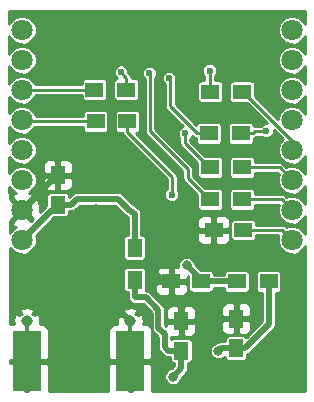
<source format=gbl>
%TF.GenerationSoftware,KiCad,Pcbnew,(2017-11-19 revision 8b2b138)-master*%
%TF.CreationDate,2018-01-29T21:55:45-08:00*%
%TF.ProjectId,lora_nodemcu,6C6F72615F6E6F64656D63752E6B6963,rev?*%
%TF.SameCoordinates,Original*%
%TF.FileFunction,Copper,L4,Bot,Signal*%
%TF.FilePolarity,Positive*%
%FSLAX46Y46*%
G04 Gerber Fmt 4.6, Leading zero omitted, Abs format (unit mm)*
G04 Created by KiCad (PCBNEW (2017-11-19 revision 8b2b138)-master) date Monday, January 29, 2018 'PMt' 09:55:45 PM*
%MOMM*%
%LPD*%
G01*
G04 APERTURE LIST*
%TA.AperFunction,ComponentPad*%
%ADD10C,1.800000*%
%TD*%
%TA.AperFunction,SMDPad,CuDef*%
%ADD11R,1.500000X1.250000*%
%TD*%
%TA.AperFunction,SMDPad,CuDef*%
%ADD12R,1.250000X1.500000*%
%TD*%
%TA.AperFunction,SMDPad,CuDef*%
%ADD13R,1.300000X1.500000*%
%TD*%
%TA.AperFunction,SMDPad,CuDef*%
%ADD14R,1.500000X1.300000*%
%TD*%
%TA.AperFunction,SMDPad,CuDef*%
%ADD15R,2.420000X5.080000*%
%TD*%
%TA.AperFunction,ViaPad*%
%ADD16C,0.970000*%
%TD*%
%TA.AperFunction,Conductor*%
%ADD17R,0.460000X0.890000*%
%TD*%
%TA.AperFunction,ViaPad*%
%ADD18C,0.600000*%
%TD*%
%TA.AperFunction,ViaPad*%
%ADD19C,0.800000*%
%TD*%
%TA.AperFunction,Conductor*%
%ADD20C,0.250000*%
%TD*%
%TA.AperFunction,Conductor*%
%ADD21C,0.500000*%
%TD*%
%TA.AperFunction,Conductor*%
%ADD22C,0.254000*%
%TD*%
G04 APERTURE END LIST*
D10*
%TO.P,U3,8*%
%TO.N,Net-(U3-Pad8)*%
X137236200Y-76962000D03*
%TO.P,U3,7*%
%TO.N,Net-(U3-Pad7)*%
X137236200Y-79502000D03*
%TO.P,U3,6*%
%TO.N,Net-(R2-Pad1)*%
X137236200Y-82042000D03*
%TO.P,U3,5*%
%TO.N,Net-(R1-Pad1)*%
X137236200Y-84582000D03*
%TO.P,U3,4*%
%TO.N,Net-(U3-Pad4)*%
X137236200Y-87122000D03*
%TO.P,U3,3*%
%TO.N,Net-(U3-Pad3)*%
X137236200Y-89662000D03*
%TO.P,U3,2*%
%TO.N,GND*%
X137236200Y-92202000D03*
%TO.P,U3,1*%
%TO.N,/wemos_5V*%
X137236200Y-94742000D03*
%TO.P,U3,16*%
%TO.N,Net-(C5-Pad2)*%
X160096200Y-94742000D03*
%TO.P,U3,15*%
%TO.N,/SS*%
X160096200Y-92202000D03*
%TO.P,U3,14*%
%TO.N,/MOSI*%
X160096200Y-89662000D03*
%TO.P,U3,13*%
%TO.N,/MISO*%
X160096200Y-87122000D03*
%TO.P,U3,12*%
%TO.N,/SCK*%
X160096200Y-84582000D03*
%TO.P,U3,11*%
%TO.N,Net-(U3-Pad11)*%
X160096200Y-82042000D03*
%TO.P,U3,10*%
%TO.N,Net-(U3-Pad10)*%
X160096200Y-79502000D03*
%TO.P,U3,9*%
%TO.N,Net-(U3-Pad9)*%
X160096200Y-76962000D03*
%TD*%
D11*
%TO.P,C3,2*%
%TO.N,GND*%
X149875000Y-98250000D03*
%TO.P,C3,1*%
%TO.N,/RF95_3V3*%
X152375000Y-98250000D03*
%TD*%
%TO.P,C5,2*%
%TO.N,Net-(C5-Pad2)*%
X155950000Y-93900000D03*
%TO.P,C5,1*%
%TO.N,GND*%
X153450000Y-93900000D03*
%TD*%
D12*
%TO.P,C4,2*%
%TO.N,/wemos_5V*%
X140250000Y-91750000D03*
%TO.P,C4,1*%
%TO.N,GND*%
X140250000Y-89250000D03*
%TD*%
D13*
%TO.P,L2,1*%
%TO.N,/wemos_5V*%
X146750000Y-95400000D03*
%TO.P,L2,2*%
%TO.N,+5V*%
X146750000Y-98100000D03*
%TD*%
D14*
%TO.P,L1,2*%
%TO.N,+3V3*%
X158100000Y-98250000D03*
%TO.P,L1,1*%
%TO.N,/RF95_3V3*%
X155400000Y-98250000D03*
%TD*%
D15*
%TO.P,AE1,2*%
%TO.N,GND*%
X137620000Y-105020000D03*
X146380000Y-105020000D03*
D16*
%TD*%
%TO.N,GND*%
%TO.C,AE1*%
X137620000Y-101580000D03*
%TO.N,GND*%
%TO.C,AE1*%
X146380000Y-101580000D03*
D17*
X137620000Y-102030000D03*
X146380000Y-102030000D03*
%TD*%
D12*
%TO.P,C1,1*%
%TO.N,GND*%
X150700000Y-101600000D03*
%TO.P,C1,2*%
%TO.N,+5V*%
X150700000Y-104100000D03*
%TD*%
%TO.P,C2,1*%
%TO.N,GND*%
X155350000Y-101400000D03*
%TO.P,C2,2*%
%TO.N,+3V3*%
X155350000Y-103900000D03*
%TD*%
D14*
%TO.P,R1,1*%
%TO.N,Net-(R1-Pad1)*%
X143450000Y-84700000D03*
%TO.P,R1,2*%
%TO.N,Net-(R1-Pad2)*%
X146150000Y-84700000D03*
%TD*%
%TO.P,R2,1*%
%TO.N,Net-(R2-Pad1)*%
X143350000Y-82000000D03*
%TO.P,R2,2*%
%TO.N,Net-(R2-Pad2)*%
X146050000Y-82000000D03*
%TD*%
%TO.P,R3,1*%
%TO.N,/SS*%
X155850000Y-91300000D03*
%TO.P,R3,2*%
%TO.N,Net-(R3-Pad2)*%
X153150000Y-91300000D03*
%TD*%
%TO.P,R4,1*%
%TO.N,/SCK*%
X155750000Y-85700000D03*
%TO.P,R4,2*%
%TO.N,Net-(R4-Pad2)*%
X153050000Y-85700000D03*
%TD*%
%TO.P,R5,1*%
%TO.N,/MISO*%
X155850000Y-82200000D03*
%TO.P,R5,2*%
%TO.N,Net-(R5-Pad2)*%
X153150000Y-82200000D03*
%TD*%
%TO.P,R6,1*%
%TO.N,/MOSI*%
X155850000Y-88600000D03*
%TO.P,R6,2*%
%TO.N,Net-(R6-Pad2)*%
X153150000Y-88600000D03*
%TD*%
D18*
%TO.N,Net-(R1-Pad2)*%
X149900000Y-90900000D03*
%TO.N,Net-(R2-Pad2)*%
X145594409Y-80499601D03*
X145594409Y-80499601D03*
%TO.N,/SS*%
X160096200Y-92202000D03*
%TO.N,Net-(R3-Pad2)*%
X148000000Y-80600000D03*
%TO.N,/SCK*%
X157900000Y-85500000D03*
%TO.N,Net-(R4-Pad2)*%
X149670978Y-81036697D03*
%TO.N,Net-(R5-Pad2)*%
X153100000Y-80400000D03*
%TO.N,Net-(R6-Pad2)*%
X151045786Y-85723543D03*
D19*
%TO.N,GND*%
X144700000Y-88400000D03*
X138950000Y-76450000D03*
X157950000Y-76450000D03*
X160250000Y-106450000D03*
X148650000Y-106550000D03*
X150000000Y-99750000D03*
X143500000Y-92100000D03*
D18*
X144000000Y-98750000D03*
X139000000Y-97500000D03*
X139000000Y-96000000D03*
X139000000Y-100500000D03*
X144000000Y-100000000D03*
X139000000Y-99000000D03*
D19*
X143500000Y-97000000D03*
X155500000Y-80500000D03*
X141500000Y-80750000D03*
X153750000Y-101500000D03*
X148400000Y-97475000D03*
X151800000Y-99775000D03*
X153025000Y-100050000D03*
X145304999Y-101095001D03*
X137600000Y-100000000D03*
%TO.N,+3V3*%
X153850000Y-104125000D03*
%TO.N,+5V*%
X150000000Y-106300000D03*
%TO.N,/RF95_3V3*%
X151150000Y-96900000D03*
%TD*%
D20*
%TO.N,Net-(R1-Pad1)*%
X143450000Y-84700000D02*
X137354200Y-84700000D01*
X137354200Y-84700000D02*
X137236200Y-84582000D01*
%TO.N,Net-(R1-Pad2)*%
X149943346Y-89393346D02*
X149943346Y-90856654D01*
X149943346Y-90856654D02*
X149900000Y-90900000D01*
X146150000Y-84700000D02*
X146150000Y-85600000D01*
X146150000Y-85600000D02*
X149943346Y-89393346D01*
%TO.N,Net-(R2-Pad1)*%
X143350000Y-82000000D02*
X137278200Y-82000000D01*
X137278200Y-82000000D02*
X137236200Y-82042000D01*
X143308000Y-82042000D02*
X143350000Y-82000000D01*
%TO.N,Net-(R2-Pad2)*%
X146050000Y-82000000D02*
X146050000Y-81050000D01*
X146050000Y-81050000D02*
X145750000Y-80750000D01*
X145750000Y-80750000D02*
X145750000Y-80655192D01*
X145750000Y-80655192D02*
X145594409Y-80499601D01*
%TO.N,/SS*%
X155850000Y-91300000D02*
X159194200Y-91300000D01*
X159194200Y-91300000D02*
X160096200Y-92202000D01*
%TO.N,Net-(R3-Pad2)*%
X151250000Y-88750000D02*
X151250000Y-89500000D01*
X148046205Y-80646205D02*
X148046205Y-85546205D01*
X148046205Y-85546205D02*
X151250000Y-88750000D01*
X148000000Y-80600000D02*
X148046205Y-80646205D01*
X151250000Y-89500000D02*
X153050000Y-91300000D01*
X153050000Y-91300000D02*
X153150000Y-91300000D01*
%TO.N,/SCK*%
X156904853Y-85545147D02*
X157854853Y-85545147D01*
X157854853Y-85545147D02*
X157900000Y-85500000D01*
X155750000Y-85700000D02*
X156750000Y-85700000D01*
X156750000Y-85700000D02*
X156904853Y-85545147D01*
%TO.N,Net-(R4-Pad2)*%
X149764715Y-83414715D02*
X149764715Y-81130434D01*
X149764715Y-81130434D02*
X149670978Y-81036697D01*
X153050000Y-85700000D02*
X152050000Y-85700000D01*
X152050000Y-85700000D02*
X149764715Y-83414715D01*
%TO.N,/MISO*%
X155850000Y-82200000D02*
X155950000Y-82200000D01*
X155950000Y-82200000D02*
X160096200Y-86346200D01*
X160096200Y-86346200D02*
X160096200Y-87122000D01*
%TO.N,Net-(R5-Pad2)*%
X153107998Y-81257998D02*
X153107998Y-80407998D01*
X153107998Y-80407998D02*
X153100000Y-80400000D01*
X153150000Y-82200000D02*
X153150000Y-81300000D01*
X153150000Y-81300000D02*
X153107998Y-81257998D01*
%TO.N,/MOSI*%
X155850000Y-88600000D02*
X159034200Y-88600000D01*
X159034200Y-88600000D02*
X160096200Y-89662000D01*
%TO.N,Net-(R6-Pad2)*%
X150983295Y-86533295D02*
X150983295Y-85786034D01*
X150983295Y-85786034D02*
X151045786Y-85723543D01*
X153150000Y-88600000D02*
X153050000Y-88600000D01*
X153050000Y-88600000D02*
X150983295Y-86533295D01*
D21*
%TO.N,GND*%
X150700000Y-101600000D02*
X150700000Y-100450000D01*
X150700000Y-100450000D02*
X150000000Y-99750000D01*
X155350000Y-101400000D02*
X153850000Y-101400000D01*
X153850000Y-101400000D02*
X153750000Y-101500000D01*
X149875000Y-98250000D02*
X149175000Y-98250000D01*
X149175000Y-98250000D02*
X148400000Y-97475000D01*
X139775000Y-89675000D02*
X139763200Y-89675000D01*
X139763200Y-89675000D02*
X137236200Y-92202000D01*
X146380000Y-101580000D02*
X145895001Y-101095001D01*
X145895001Y-101095001D02*
X145304999Y-101095001D01*
%TO.N,+3V3*%
X155350000Y-103900000D02*
X154075000Y-103900000D01*
X154075000Y-103900000D02*
X153850000Y-104125000D01*
X155350000Y-103900000D02*
X156100000Y-103900000D01*
X158125000Y-101875000D02*
X158125000Y-98825000D01*
X156100000Y-103900000D02*
X158125000Y-101875000D01*
%TO.N,+5V*%
X149300000Y-103825000D02*
X149300000Y-102725000D01*
X149575000Y-104100000D02*
X149300000Y-103825000D01*
X149300000Y-102725000D02*
X148775000Y-102200000D01*
X150700000Y-104100000D02*
X149575000Y-104100000D01*
X148775000Y-102200000D02*
X148775000Y-100675000D01*
X148775000Y-100675000D02*
X147700000Y-99600000D01*
X147700000Y-99600000D02*
X146750000Y-99600000D01*
X146750000Y-99600000D02*
X146750000Y-98100000D01*
X150700000Y-104100000D02*
X150700000Y-105600000D01*
X150700000Y-105600000D02*
X150000000Y-106300000D01*
D20*
%TO.N,Net-(C5-Pad2)*%
X155950000Y-93900000D02*
X159254200Y-93900000D01*
X159254200Y-93900000D02*
X160096200Y-94742000D01*
%TO.N,GND*%
X146380000Y-101580000D02*
X146380000Y-105020000D01*
X137620000Y-105020000D02*
X137620000Y-101580000D01*
D21*
%TO.N,/wemos_5V*%
X141875000Y-91250000D02*
X145360002Y-91250000D01*
X145360002Y-91250000D02*
X146285002Y-92175000D01*
X140250000Y-91750000D02*
X141375000Y-91750000D01*
X141375000Y-91750000D02*
X141875000Y-91250000D01*
X146750000Y-93189998D02*
X146750000Y-95400000D01*
X146285002Y-92175000D02*
X146750000Y-92500000D01*
X139775000Y-92203200D02*
X137236200Y-94742000D01*
X139775000Y-92175000D02*
X139775000Y-92203200D01*
X146750000Y-92500000D02*
X146750000Y-93189998D01*
%TO.N,/RF95_3V3*%
X155400000Y-98250000D02*
X152375000Y-98250000D01*
X152375000Y-98125000D02*
X151150000Y-96900000D01*
X152375000Y-98250000D02*
X152375000Y-98125000D01*
%TD*%
D22*
%TO.N,GND*%
G36*
X161215000Y-76456628D02*
X161137006Y-76267869D01*
X160792147Y-75922407D01*
X160341336Y-75735214D01*
X159853205Y-75734788D01*
X159402069Y-75921194D01*
X159056607Y-76266053D01*
X158869414Y-76716864D01*
X158868988Y-77204995D01*
X159055394Y-77656131D01*
X159400253Y-78001593D01*
X159851064Y-78188786D01*
X160339195Y-78189212D01*
X160790331Y-78002806D01*
X161135793Y-77657947D01*
X161215000Y-77467195D01*
X161215000Y-78996628D01*
X161137006Y-78807869D01*
X160792147Y-78462407D01*
X160341336Y-78275214D01*
X159853205Y-78274788D01*
X159402069Y-78461194D01*
X159056607Y-78806053D01*
X158869414Y-79256864D01*
X158868988Y-79744995D01*
X159055394Y-80196131D01*
X159400253Y-80541593D01*
X159851064Y-80728786D01*
X160339195Y-80729212D01*
X160790331Y-80542806D01*
X161135793Y-80197947D01*
X161215000Y-80007195D01*
X161215000Y-81536628D01*
X161137006Y-81347869D01*
X160792147Y-81002407D01*
X160341336Y-80815214D01*
X159853205Y-80814788D01*
X159402069Y-81001194D01*
X159056607Y-81346053D01*
X158869414Y-81796864D01*
X158868988Y-82284995D01*
X159055394Y-82736131D01*
X159400253Y-83081593D01*
X159851064Y-83268786D01*
X160339195Y-83269212D01*
X160790331Y-83082806D01*
X161135793Y-82737947D01*
X161215000Y-82547195D01*
X161215000Y-84076628D01*
X161137006Y-83887869D01*
X160792147Y-83542407D01*
X160341336Y-83355214D01*
X159853205Y-83354788D01*
X159402069Y-83541194D01*
X159056607Y-83886053D01*
X158869414Y-84336864D01*
X158869289Y-84480065D01*
X156933406Y-82544182D01*
X156933406Y-81550000D01*
X156908027Y-81422411D01*
X156835754Y-81314246D01*
X156727589Y-81241973D01*
X156600000Y-81216594D01*
X155100000Y-81216594D01*
X154972411Y-81241973D01*
X154864246Y-81314246D01*
X154791973Y-81422411D01*
X154766594Y-81550000D01*
X154766594Y-82850000D01*
X154791973Y-82977589D01*
X154864246Y-83085754D01*
X154972411Y-83158027D01*
X155100000Y-83183406D01*
X156294182Y-83183406D01*
X157983849Y-84873073D01*
X157775829Y-84872891D01*
X157545297Y-84968145D01*
X157420077Y-85093147D01*
X156904853Y-85093147D01*
X156833406Y-85107358D01*
X156833406Y-85050000D01*
X156808027Y-84922411D01*
X156735754Y-84814246D01*
X156627589Y-84741973D01*
X156500000Y-84716594D01*
X155000000Y-84716594D01*
X154872411Y-84741973D01*
X154764246Y-84814246D01*
X154691973Y-84922411D01*
X154666594Y-85050000D01*
X154666594Y-86350000D01*
X154691973Y-86477589D01*
X154764246Y-86585754D01*
X154872411Y-86658027D01*
X155000000Y-86683406D01*
X156500000Y-86683406D01*
X156627589Y-86658027D01*
X156735754Y-86585754D01*
X156808027Y-86477589D01*
X156833406Y-86350000D01*
X156833406Y-86135410D01*
X156922973Y-86117594D01*
X157069612Y-86019612D01*
X157092077Y-85997147D01*
X157510340Y-85997147D01*
X157544369Y-86031235D01*
X157774735Y-86126891D01*
X158024171Y-86127109D01*
X158254703Y-86031855D01*
X158431235Y-85855631D01*
X158526891Y-85625265D01*
X158527074Y-85416298D01*
X159296928Y-86186152D01*
X159056607Y-86426053D01*
X158869414Y-86876864D01*
X158868988Y-87364995D01*
X159055394Y-87816131D01*
X159400253Y-88161593D01*
X159851064Y-88348786D01*
X160339195Y-88349212D01*
X160790331Y-88162806D01*
X161135793Y-87817947D01*
X161215000Y-87627195D01*
X161215000Y-89156628D01*
X161137006Y-88967869D01*
X160792147Y-88622407D01*
X160341336Y-88435214D01*
X159853205Y-88434788D01*
X159609082Y-88535658D01*
X159353812Y-88280388D01*
X159207173Y-88182406D01*
X159034200Y-88148000D01*
X156933406Y-88148000D01*
X156933406Y-87950000D01*
X156908027Y-87822411D01*
X156835754Y-87714246D01*
X156727589Y-87641973D01*
X156600000Y-87616594D01*
X155100000Y-87616594D01*
X154972411Y-87641973D01*
X154864246Y-87714246D01*
X154791973Y-87822411D01*
X154766594Y-87950000D01*
X154766594Y-89250000D01*
X154791973Y-89377589D01*
X154864246Y-89485754D01*
X154972411Y-89558027D01*
X155100000Y-89583406D01*
X156600000Y-89583406D01*
X156727589Y-89558027D01*
X156835754Y-89485754D01*
X156908027Y-89377589D01*
X156933406Y-89250000D01*
X156933406Y-89052000D01*
X158846976Y-89052000D01*
X158969883Y-89174907D01*
X158869414Y-89416864D01*
X158868988Y-89904995D01*
X159055394Y-90356131D01*
X159400253Y-90701593D01*
X159851064Y-90888786D01*
X160339195Y-90889212D01*
X160790331Y-90702806D01*
X161135793Y-90357947D01*
X161215000Y-90167195D01*
X161215000Y-91696628D01*
X161137006Y-91507869D01*
X160792147Y-91162407D01*
X160341336Y-90975214D01*
X159853205Y-90974788D01*
X159609082Y-91075658D01*
X159513812Y-90980388D01*
X159367173Y-90882406D01*
X159194200Y-90848000D01*
X156933406Y-90848000D01*
X156933406Y-90650000D01*
X156908027Y-90522411D01*
X156835754Y-90414246D01*
X156727589Y-90341973D01*
X156600000Y-90316594D01*
X155100000Y-90316594D01*
X154972411Y-90341973D01*
X154864246Y-90414246D01*
X154791973Y-90522411D01*
X154766594Y-90650000D01*
X154766594Y-91950000D01*
X154791973Y-92077589D01*
X154864246Y-92185754D01*
X154972411Y-92258027D01*
X155100000Y-92283406D01*
X156600000Y-92283406D01*
X156727589Y-92258027D01*
X156835754Y-92185754D01*
X156908027Y-92077589D01*
X156933406Y-91950000D01*
X156933406Y-91752000D01*
X158954481Y-91752000D01*
X158869414Y-91956864D01*
X158868988Y-92444995D01*
X159055394Y-92896131D01*
X159400253Y-93241593D01*
X159851064Y-93428786D01*
X160339195Y-93429212D01*
X160790331Y-93242806D01*
X161135793Y-92897947D01*
X161215000Y-92707195D01*
X161215000Y-94236628D01*
X161137006Y-94047869D01*
X160792147Y-93702407D01*
X160341336Y-93515214D01*
X159853205Y-93514788D01*
X159609082Y-93615658D01*
X159573812Y-93580388D01*
X159427173Y-93482406D01*
X159254200Y-93448000D01*
X157033406Y-93448000D01*
X157033406Y-93275000D01*
X157008027Y-93147411D01*
X156935754Y-93039246D01*
X156827589Y-92966973D01*
X156700000Y-92941594D01*
X155200000Y-92941594D01*
X155072411Y-92966973D01*
X154964246Y-93039246D01*
X154891973Y-93147411D01*
X154866594Y-93275000D01*
X154866594Y-94525000D01*
X154891973Y-94652589D01*
X154964246Y-94760754D01*
X155072411Y-94833027D01*
X155200000Y-94858406D01*
X156700000Y-94858406D01*
X156827589Y-94833027D01*
X156935754Y-94760754D01*
X157008027Y-94652589D01*
X157033406Y-94525000D01*
X157033406Y-94352000D01*
X158929567Y-94352000D01*
X158869414Y-94496864D01*
X158868988Y-94984995D01*
X159055394Y-95436131D01*
X159400253Y-95781593D01*
X159851064Y-95968786D01*
X160339195Y-95969212D01*
X160790331Y-95782806D01*
X161135793Y-95437947D01*
X161215000Y-95247195D01*
X161215000Y-107519400D01*
X148225000Y-107519400D01*
X148225000Y-105305750D01*
X148066250Y-105147000D01*
X146507000Y-105147000D01*
X146507000Y-107519400D01*
X146253000Y-107519400D01*
X146253000Y-105147000D01*
X144693750Y-105147000D01*
X144535000Y-105305750D01*
X144535000Y-107519400D01*
X139465000Y-107519400D01*
X139465000Y-105305750D01*
X139306250Y-105147000D01*
X137747000Y-105147000D01*
X137747000Y-107519400D01*
X137493000Y-107519400D01*
X137493000Y-105147000D01*
X136198928Y-105147000D01*
X136198241Y-104893000D01*
X137493000Y-104893000D01*
X137493000Y-102963250D01*
X137505000Y-102951250D01*
X137505000Y-102711238D01*
X137735000Y-102694608D01*
X137735000Y-102951250D01*
X137747000Y-102963250D01*
X137747000Y-104893000D01*
X139306250Y-104893000D01*
X139465000Y-104734250D01*
X139465000Y-102353691D01*
X144535000Y-102353691D01*
X144535000Y-104734250D01*
X144693750Y-104893000D01*
X146253000Y-104893000D01*
X146253000Y-102963250D01*
X146265000Y-102951250D01*
X146265000Y-102711238D01*
X146495000Y-102694608D01*
X146495000Y-102951250D01*
X146507000Y-102963250D01*
X146507000Y-104893000D01*
X148066250Y-104893000D01*
X148225000Y-104734250D01*
X148225000Y-102353691D01*
X148128327Y-102120302D01*
X147949699Y-101941673D01*
X147716310Y-101845000D01*
X147472129Y-101845000D01*
X147513149Y-101721436D01*
X147481018Y-101277032D01*
X147372768Y-101015692D01*
X147159200Y-100980405D01*
X147031315Y-101108290D01*
X146969699Y-101046673D01*
X146802838Y-100977557D01*
X146979595Y-100800800D01*
X146944308Y-100587232D01*
X146521436Y-100446851D01*
X146077032Y-100478982D01*
X145815692Y-100587232D01*
X145780405Y-100800800D01*
X145957162Y-100977557D01*
X145790301Y-101046673D01*
X145728685Y-101108290D01*
X145600800Y-100980405D01*
X145387232Y-101015692D01*
X145246851Y-101438564D01*
X145276237Y-101845000D01*
X145043690Y-101845000D01*
X144810301Y-101941673D01*
X144631673Y-102120302D01*
X144535000Y-102353691D01*
X139465000Y-102353691D01*
X139368327Y-102120302D01*
X139189699Y-101941673D01*
X138956310Y-101845000D01*
X138712129Y-101845000D01*
X138753149Y-101721436D01*
X138721018Y-101277032D01*
X138612768Y-101015692D01*
X138399200Y-100980405D01*
X138271315Y-101108290D01*
X138209699Y-101046673D01*
X138042838Y-100977557D01*
X138219595Y-100800800D01*
X138184308Y-100587232D01*
X137761436Y-100446851D01*
X137317032Y-100478982D01*
X137055692Y-100587232D01*
X137020405Y-100800800D01*
X137197162Y-100977557D01*
X137030301Y-101046673D01*
X136968685Y-101108290D01*
X136840800Y-100980405D01*
X136627232Y-101015692D01*
X136486851Y-101438564D01*
X136516237Y-101845000D01*
X136283690Y-101845000D01*
X136190103Y-101883765D01*
X136177843Y-97350000D01*
X145766594Y-97350000D01*
X145766594Y-98850000D01*
X145791973Y-98977589D01*
X145864246Y-99085754D01*
X145972411Y-99158027D01*
X146100000Y-99183406D01*
X146173000Y-99183406D01*
X146173000Y-99600000D01*
X146216922Y-99820808D01*
X146341999Y-100008001D01*
X146529192Y-100133078D01*
X146750000Y-100177000D01*
X147460998Y-100177000D01*
X148198000Y-100914001D01*
X148198000Y-102199995D01*
X148197999Y-102200000D01*
X148241922Y-102420808D01*
X148366999Y-102608001D01*
X148723000Y-102964002D01*
X148723000Y-103824995D01*
X148722999Y-103825000D01*
X148766922Y-104045808D01*
X148891999Y-104233001D01*
X149166997Y-104507998D01*
X149166999Y-104508001D01*
X149354192Y-104633078D01*
X149575000Y-104677001D01*
X149575005Y-104677000D01*
X149741594Y-104677000D01*
X149741594Y-104850000D01*
X149766973Y-104977589D01*
X149839246Y-105085754D01*
X149947411Y-105158027D01*
X150075000Y-105183406D01*
X150123000Y-105183406D01*
X150123000Y-105360999D01*
X149911076Y-105572922D01*
X149856025Y-105572874D01*
X149588725Y-105683320D01*
X149384039Y-105887650D01*
X149273126Y-106154756D01*
X149272874Y-106443975D01*
X149383320Y-106711275D01*
X149587650Y-106915961D01*
X149854756Y-107026874D01*
X150143975Y-107027126D01*
X150411275Y-106916680D01*
X150615961Y-106712350D01*
X150726874Y-106445244D01*
X150726923Y-106389079D01*
X151107998Y-106008003D01*
X151108001Y-106008001D01*
X151188416Y-105887650D01*
X151233078Y-105820809D01*
X151277000Y-105600000D01*
X151277000Y-105183406D01*
X151325000Y-105183406D01*
X151452589Y-105158027D01*
X151560754Y-105085754D01*
X151633027Y-104977589D01*
X151658406Y-104850000D01*
X151658406Y-104268975D01*
X153122874Y-104268975D01*
X153233320Y-104536275D01*
X153437650Y-104740961D01*
X153704756Y-104851874D01*
X153993975Y-104852126D01*
X154261275Y-104741680D01*
X154391594Y-104611588D01*
X154391594Y-104650000D01*
X154416973Y-104777589D01*
X154489246Y-104885754D01*
X154597411Y-104958027D01*
X154725000Y-104983406D01*
X155975000Y-104983406D01*
X156102589Y-104958027D01*
X156210754Y-104885754D01*
X156283027Y-104777589D01*
X156308406Y-104650000D01*
X156308406Y-104435545D01*
X156320808Y-104433078D01*
X156508001Y-104308001D01*
X158532998Y-102283003D01*
X158533001Y-102283001D01*
X158641712Y-102120302D01*
X158658078Y-102095809D01*
X158702000Y-101875000D01*
X158702000Y-99233406D01*
X158850000Y-99233406D01*
X158977589Y-99208027D01*
X159085754Y-99135754D01*
X159158027Y-99027589D01*
X159183406Y-98900000D01*
X159183406Y-97600000D01*
X159158027Y-97472411D01*
X159085754Y-97364246D01*
X158977589Y-97291973D01*
X158850000Y-97266594D01*
X157350000Y-97266594D01*
X157222411Y-97291973D01*
X157114246Y-97364246D01*
X157041973Y-97472411D01*
X157016594Y-97600000D01*
X157016594Y-98900000D01*
X157041973Y-99027589D01*
X157114246Y-99135754D01*
X157222411Y-99208027D01*
X157350000Y-99233406D01*
X157548000Y-99233406D01*
X157548000Y-101635999D01*
X156234385Y-102949613D01*
X156210754Y-102914246D01*
X156102589Y-102841973D01*
X155975000Y-102816594D01*
X154725000Y-102816594D01*
X154597411Y-102841973D01*
X154489246Y-102914246D01*
X154416973Y-103022411D01*
X154391594Y-103150000D01*
X154391594Y-103323000D01*
X154075005Y-103323000D01*
X154075000Y-103322999D01*
X153854192Y-103366922D01*
X153807736Y-103397963D01*
X153706025Y-103397874D01*
X153438725Y-103508320D01*
X153234039Y-103712650D01*
X153123126Y-103979756D01*
X153122874Y-104268975D01*
X151658406Y-104268975D01*
X151658406Y-103350000D01*
X151633027Y-103222411D01*
X151560754Y-103114246D01*
X151452589Y-103041973D01*
X151325000Y-103016594D01*
X150075000Y-103016594D01*
X149947411Y-103041973D01*
X149877000Y-103089020D01*
X149877000Y-102955305D01*
X149948690Y-102985000D01*
X150414250Y-102985000D01*
X150573000Y-102826250D01*
X150573000Y-101727000D01*
X150827000Y-101727000D01*
X150827000Y-102826250D01*
X150985750Y-102985000D01*
X151451310Y-102985000D01*
X151684699Y-102888327D01*
X151863327Y-102709698D01*
X151960000Y-102476309D01*
X151960000Y-101885750D01*
X151801250Y-101727000D01*
X150827000Y-101727000D01*
X150573000Y-101727000D01*
X149598750Y-101727000D01*
X149440000Y-101885750D01*
X149440000Y-102048998D01*
X149352000Y-101960998D01*
X149352000Y-101685750D01*
X154090000Y-101685750D01*
X154090000Y-102276309D01*
X154186673Y-102509698D01*
X154365301Y-102688327D01*
X154598690Y-102785000D01*
X155064250Y-102785000D01*
X155223000Y-102626250D01*
X155223000Y-101527000D01*
X155477000Y-101527000D01*
X155477000Y-102626250D01*
X155635750Y-102785000D01*
X156101310Y-102785000D01*
X156334699Y-102688327D01*
X156513327Y-102509698D01*
X156610000Y-102276309D01*
X156610000Y-101685750D01*
X156451250Y-101527000D01*
X155477000Y-101527000D01*
X155223000Y-101527000D01*
X154248750Y-101527000D01*
X154090000Y-101685750D01*
X149352000Y-101685750D01*
X149352000Y-100723691D01*
X149440000Y-100723691D01*
X149440000Y-101314250D01*
X149598750Y-101473000D01*
X150573000Y-101473000D01*
X150573000Y-100373750D01*
X150827000Y-100373750D01*
X150827000Y-101473000D01*
X151801250Y-101473000D01*
X151960000Y-101314250D01*
X151960000Y-100723691D01*
X151877158Y-100523691D01*
X154090000Y-100523691D01*
X154090000Y-101114250D01*
X154248750Y-101273000D01*
X155223000Y-101273000D01*
X155223000Y-100173750D01*
X155477000Y-100173750D01*
X155477000Y-101273000D01*
X156451250Y-101273000D01*
X156610000Y-101114250D01*
X156610000Y-100523691D01*
X156513327Y-100290302D01*
X156334699Y-100111673D01*
X156101310Y-100015000D01*
X155635750Y-100015000D01*
X155477000Y-100173750D01*
X155223000Y-100173750D01*
X155064250Y-100015000D01*
X154598690Y-100015000D01*
X154365301Y-100111673D01*
X154186673Y-100290302D01*
X154090000Y-100523691D01*
X151877158Y-100523691D01*
X151863327Y-100490302D01*
X151684699Y-100311673D01*
X151451310Y-100215000D01*
X150985750Y-100215000D01*
X150827000Y-100373750D01*
X150573000Y-100373750D01*
X150414250Y-100215000D01*
X149948690Y-100215000D01*
X149715301Y-100311673D01*
X149536673Y-100490302D01*
X149440000Y-100723691D01*
X149352000Y-100723691D01*
X149352000Y-100675005D01*
X149352001Y-100675000D01*
X149308078Y-100454192D01*
X149254329Y-100373750D01*
X149183001Y-100266999D01*
X149182998Y-100266997D01*
X148108001Y-99191999D01*
X147920808Y-99066922D01*
X147700000Y-99022999D01*
X147699995Y-99023000D01*
X147677685Y-99023000D01*
X147708027Y-98977589D01*
X147733406Y-98850000D01*
X147733406Y-98535750D01*
X148490000Y-98535750D01*
X148490000Y-99001310D01*
X148586673Y-99234699D01*
X148765302Y-99413327D01*
X148998691Y-99510000D01*
X149589250Y-99510000D01*
X149748000Y-99351250D01*
X149748000Y-98377000D01*
X150002000Y-98377000D01*
X150002000Y-99351250D01*
X150160750Y-99510000D01*
X150751309Y-99510000D01*
X150984698Y-99413327D01*
X151163327Y-99234699D01*
X151260000Y-99001310D01*
X151260000Y-98535750D01*
X151101250Y-98377000D01*
X150002000Y-98377000D01*
X149748000Y-98377000D01*
X148648750Y-98377000D01*
X148490000Y-98535750D01*
X147733406Y-98535750D01*
X147733406Y-97498690D01*
X148490000Y-97498690D01*
X148490000Y-97964250D01*
X148648750Y-98123000D01*
X149748000Y-98123000D01*
X149748000Y-97148750D01*
X150002000Y-97148750D01*
X150002000Y-98123000D01*
X151101250Y-98123000D01*
X151260000Y-97964250D01*
X151260000Y-97826002D01*
X151291594Y-97857596D01*
X151291594Y-98875000D01*
X151316973Y-99002589D01*
X151389246Y-99110754D01*
X151497411Y-99183027D01*
X151625000Y-99208406D01*
X153125000Y-99208406D01*
X153252589Y-99183027D01*
X153360754Y-99110754D01*
X153433027Y-99002589D01*
X153458406Y-98875000D01*
X153458406Y-98827000D01*
X154316594Y-98827000D01*
X154316594Y-98900000D01*
X154341973Y-99027589D01*
X154414246Y-99135754D01*
X154522411Y-99208027D01*
X154650000Y-99233406D01*
X156150000Y-99233406D01*
X156277589Y-99208027D01*
X156385754Y-99135754D01*
X156458027Y-99027589D01*
X156483406Y-98900000D01*
X156483406Y-97600000D01*
X156458027Y-97472411D01*
X156385754Y-97364246D01*
X156277589Y-97291973D01*
X156150000Y-97266594D01*
X154650000Y-97266594D01*
X154522411Y-97291973D01*
X154414246Y-97364246D01*
X154341973Y-97472411D01*
X154316594Y-97600000D01*
X154316594Y-97673000D01*
X153458406Y-97673000D01*
X153458406Y-97625000D01*
X153433027Y-97497411D01*
X153360754Y-97389246D01*
X153252589Y-97316973D01*
X153125000Y-97291594D01*
X152357595Y-97291594D01*
X151877078Y-96811076D01*
X151877126Y-96756025D01*
X151766680Y-96488725D01*
X151562350Y-96284039D01*
X151295244Y-96173126D01*
X151006025Y-96172874D01*
X150738725Y-96283320D01*
X150534039Y-96487650D01*
X150423126Y-96754756D01*
X150422921Y-96990000D01*
X150160750Y-96990000D01*
X150002000Y-97148750D01*
X149748000Y-97148750D01*
X149589250Y-96990000D01*
X148998691Y-96990000D01*
X148765302Y-97086673D01*
X148586673Y-97265301D01*
X148490000Y-97498690D01*
X147733406Y-97498690D01*
X147733406Y-97350000D01*
X147708027Y-97222411D01*
X147635754Y-97114246D01*
X147527589Y-97041973D01*
X147400000Y-97016594D01*
X146100000Y-97016594D01*
X145972411Y-97041973D01*
X145864246Y-97114246D01*
X145791973Y-97222411D01*
X145766594Y-97350000D01*
X136177843Y-97350000D01*
X136172517Y-95380764D01*
X136195394Y-95436131D01*
X136540253Y-95781593D01*
X136991064Y-95968786D01*
X137479195Y-95969212D01*
X137930331Y-95782806D01*
X138275793Y-95437947D01*
X138462986Y-94987136D01*
X138463412Y-94499005D01*
X138414229Y-94379973D01*
X139960795Y-92833406D01*
X140875000Y-92833406D01*
X141002589Y-92808027D01*
X141110754Y-92735754D01*
X141183027Y-92627589D01*
X141208406Y-92500000D01*
X141208406Y-92327000D01*
X141374995Y-92327000D01*
X141375000Y-92327001D01*
X141595808Y-92283078D01*
X141783001Y-92158001D01*
X142114001Y-91827000D01*
X145121000Y-91827000D01*
X145877002Y-92583001D01*
X145919270Y-92611243D01*
X145954455Y-92647935D01*
X146173000Y-92800682D01*
X146173000Y-94316594D01*
X146100000Y-94316594D01*
X145972411Y-94341973D01*
X145864246Y-94414246D01*
X145791973Y-94522411D01*
X145766594Y-94650000D01*
X145766594Y-96150000D01*
X145791973Y-96277589D01*
X145864246Y-96385754D01*
X145972411Y-96458027D01*
X146100000Y-96483406D01*
X147400000Y-96483406D01*
X147527589Y-96458027D01*
X147635754Y-96385754D01*
X147708027Y-96277589D01*
X147733406Y-96150000D01*
X147733406Y-94650000D01*
X147708027Y-94522411D01*
X147635754Y-94414246D01*
X147527589Y-94341973D01*
X147400000Y-94316594D01*
X147327000Y-94316594D01*
X147327000Y-94185750D01*
X152065000Y-94185750D01*
X152065000Y-94651310D01*
X152161673Y-94884699D01*
X152340302Y-95063327D01*
X152573691Y-95160000D01*
X153164250Y-95160000D01*
X153323000Y-95001250D01*
X153323000Y-94027000D01*
X153577000Y-94027000D01*
X153577000Y-95001250D01*
X153735750Y-95160000D01*
X154326309Y-95160000D01*
X154559698Y-95063327D01*
X154738327Y-94884699D01*
X154835000Y-94651310D01*
X154835000Y-94185750D01*
X154676250Y-94027000D01*
X153577000Y-94027000D01*
X153323000Y-94027000D01*
X152223750Y-94027000D01*
X152065000Y-94185750D01*
X147327000Y-94185750D01*
X147327000Y-93148690D01*
X152065000Y-93148690D01*
X152065000Y-93614250D01*
X152223750Y-93773000D01*
X153323000Y-93773000D01*
X153323000Y-92798750D01*
X153577000Y-92798750D01*
X153577000Y-93773000D01*
X154676250Y-93773000D01*
X154835000Y-93614250D01*
X154835000Y-93148690D01*
X154738327Y-92915301D01*
X154559698Y-92736673D01*
X154326309Y-92640000D01*
X153735750Y-92640000D01*
X153577000Y-92798750D01*
X153323000Y-92798750D01*
X153164250Y-92640000D01*
X152573691Y-92640000D01*
X152340302Y-92736673D01*
X152161673Y-92915301D01*
X152065000Y-93148690D01*
X147327000Y-93148690D01*
X147327000Y-92500000D01*
X147317083Y-92450146D01*
X147318149Y-92399317D01*
X147295331Y-92340790D01*
X147283078Y-92279192D01*
X147254836Y-92236924D01*
X147236370Y-92189561D01*
X147192899Y-92144228D01*
X147158001Y-92091999D01*
X147115732Y-92063756D01*
X147080548Y-92027065D01*
X146657130Y-91731127D01*
X145768003Y-90841999D01*
X145580810Y-90716922D01*
X145360002Y-90672999D01*
X145359997Y-90673000D01*
X141875005Y-90673000D01*
X141875000Y-90672999D01*
X141654192Y-90716922D01*
X141466999Y-90841999D01*
X141466997Y-90842002D01*
X141208406Y-91100592D01*
X141208406Y-91000000D01*
X141183027Y-90872411D01*
X141110754Y-90764246D01*
X141002589Y-90691973D01*
X140875000Y-90666594D01*
X139625000Y-90666594D01*
X139497411Y-90691973D01*
X139389246Y-90764246D01*
X139316973Y-90872411D01*
X139291594Y-91000000D01*
X139291594Y-91870605D01*
X138780114Y-92382084D01*
X138757039Y-91832540D01*
X138572843Y-91387852D01*
X138316359Y-91301446D01*
X137415805Y-92202000D01*
X138188002Y-92974197D01*
X138008397Y-93153802D01*
X137236200Y-92381605D01*
X136335646Y-93282159D01*
X136422052Y-93538643D01*
X136694359Y-93638269D01*
X136542069Y-93701194D01*
X136196607Y-94046053D01*
X136169087Y-94112329D01*
X136166328Y-93092267D01*
X137056595Y-92202000D01*
X136161500Y-91306905D01*
X136158689Y-90267297D01*
X136195394Y-90356131D01*
X136540253Y-90701593D01*
X136678662Y-90759065D01*
X136422052Y-90865357D01*
X136335646Y-91121841D01*
X137236200Y-92022395D01*
X138136754Y-91121841D01*
X138050348Y-90865357D01*
X137778041Y-90765731D01*
X137930331Y-90702806D01*
X138275793Y-90357947D01*
X138462986Y-89907136D01*
X138463310Y-89535750D01*
X138990000Y-89535750D01*
X138990000Y-90126309D01*
X139086673Y-90359698D01*
X139265301Y-90538327D01*
X139498690Y-90635000D01*
X139964250Y-90635000D01*
X140123000Y-90476250D01*
X140123000Y-89377000D01*
X140377000Y-89377000D01*
X140377000Y-90476250D01*
X140535750Y-90635000D01*
X141001310Y-90635000D01*
X141234699Y-90538327D01*
X141413327Y-90359698D01*
X141510000Y-90126309D01*
X141510000Y-89535750D01*
X141351250Y-89377000D01*
X140377000Y-89377000D01*
X140123000Y-89377000D01*
X139148750Y-89377000D01*
X138990000Y-89535750D01*
X138463310Y-89535750D01*
X138463412Y-89419005D01*
X138277006Y-88967869D01*
X137932147Y-88622407D01*
X137481336Y-88435214D01*
X136993205Y-88434788D01*
X136542069Y-88621194D01*
X136196607Y-88966053D01*
X136155438Y-89065199D01*
X136153569Y-88373691D01*
X138990000Y-88373691D01*
X138990000Y-88964250D01*
X139148750Y-89123000D01*
X140123000Y-89123000D01*
X140123000Y-88023750D01*
X140377000Y-88023750D01*
X140377000Y-89123000D01*
X141351250Y-89123000D01*
X141510000Y-88964250D01*
X141510000Y-88373691D01*
X141413327Y-88140302D01*
X141234699Y-87961673D01*
X141001310Y-87865000D01*
X140535750Y-87865000D01*
X140377000Y-88023750D01*
X140123000Y-88023750D01*
X139964250Y-87865000D01*
X139498690Y-87865000D01*
X139265301Y-87961673D01*
X139086673Y-88140302D01*
X138990000Y-88373691D01*
X136153569Y-88373691D01*
X136151775Y-87710564D01*
X136195394Y-87816131D01*
X136540253Y-88161593D01*
X136991064Y-88348786D01*
X137479195Y-88349212D01*
X137930331Y-88162806D01*
X138275793Y-87817947D01*
X138462986Y-87367136D01*
X138463412Y-86879005D01*
X138277006Y-86427869D01*
X137932147Y-86082407D01*
X137481336Y-85895214D01*
X136993205Y-85894788D01*
X136542069Y-86081194D01*
X136196607Y-86426053D01*
X136148613Y-86541634D01*
X136144860Y-85153831D01*
X136195394Y-85276131D01*
X136540253Y-85621593D01*
X136991064Y-85808786D01*
X137479195Y-85809212D01*
X137930331Y-85622806D01*
X138275793Y-85277947D01*
X138328091Y-85152000D01*
X142366594Y-85152000D01*
X142366594Y-85350000D01*
X142391973Y-85477589D01*
X142464246Y-85585754D01*
X142572411Y-85658027D01*
X142700000Y-85683406D01*
X144200000Y-85683406D01*
X144327589Y-85658027D01*
X144435754Y-85585754D01*
X144508027Y-85477589D01*
X144533406Y-85350000D01*
X144533406Y-84050000D01*
X145066594Y-84050000D01*
X145066594Y-85350000D01*
X145091973Y-85477589D01*
X145164246Y-85585754D01*
X145272411Y-85658027D01*
X145400000Y-85683406D01*
X145714590Y-85683406D01*
X145732406Y-85772973D01*
X145830388Y-85919612D01*
X149491346Y-89580571D01*
X149491346Y-90422002D01*
X149368765Y-90544369D01*
X149273109Y-90774735D01*
X149272891Y-91024171D01*
X149368145Y-91254703D01*
X149544369Y-91431235D01*
X149774735Y-91526891D01*
X150024171Y-91527109D01*
X150254703Y-91431855D01*
X150431235Y-91255631D01*
X150526891Y-91025265D01*
X150527109Y-90775829D01*
X150431855Y-90545297D01*
X150395346Y-90508724D01*
X150395346Y-89393346D01*
X150360940Y-89220373D01*
X150268753Y-89082406D01*
X150262958Y-89073733D01*
X146872630Y-85683406D01*
X146900000Y-85683406D01*
X147027589Y-85658027D01*
X147135754Y-85585754D01*
X147208027Y-85477589D01*
X147233406Y-85350000D01*
X147233406Y-84050000D01*
X147208027Y-83922411D01*
X147135754Y-83814246D01*
X147027589Y-83741973D01*
X146900000Y-83716594D01*
X145400000Y-83716594D01*
X145272411Y-83741973D01*
X145164246Y-83814246D01*
X145091973Y-83922411D01*
X145066594Y-84050000D01*
X144533406Y-84050000D01*
X144508027Y-83922411D01*
X144435754Y-83814246D01*
X144327589Y-83741973D01*
X144200000Y-83716594D01*
X142700000Y-83716594D01*
X142572411Y-83741973D01*
X142464246Y-83814246D01*
X142391973Y-83922411D01*
X142366594Y-84050000D01*
X142366594Y-84248000D01*
X138425809Y-84248000D01*
X138277006Y-83887869D01*
X137932147Y-83542407D01*
X137481336Y-83355214D01*
X136993205Y-83354788D01*
X136542069Y-83541194D01*
X136196607Y-83886053D01*
X136141789Y-84018069D01*
X136137946Y-82597097D01*
X136195394Y-82736131D01*
X136540253Y-83081593D01*
X136991064Y-83268786D01*
X137479195Y-83269212D01*
X137930331Y-83082806D01*
X138275793Y-82737947D01*
X138394529Y-82452000D01*
X142266594Y-82452000D01*
X142266594Y-82650000D01*
X142291973Y-82777589D01*
X142364246Y-82885754D01*
X142472411Y-82958027D01*
X142600000Y-82983406D01*
X144100000Y-82983406D01*
X144227589Y-82958027D01*
X144335754Y-82885754D01*
X144408027Y-82777589D01*
X144433406Y-82650000D01*
X144433406Y-81350000D01*
X144966594Y-81350000D01*
X144966594Y-82650000D01*
X144991973Y-82777589D01*
X145064246Y-82885754D01*
X145172411Y-82958027D01*
X145300000Y-82983406D01*
X146800000Y-82983406D01*
X146927589Y-82958027D01*
X147035754Y-82885754D01*
X147108027Y-82777589D01*
X147133406Y-82650000D01*
X147133406Y-81350000D01*
X147108027Y-81222411D01*
X147035754Y-81114246D01*
X146927589Y-81041973D01*
X146800000Y-81016594D01*
X146495355Y-81016594D01*
X146467594Y-80877027D01*
X146369612Y-80730388D01*
X146363395Y-80724171D01*
X147372891Y-80724171D01*
X147468145Y-80954703D01*
X147594205Y-81080983D01*
X147594205Y-85546205D01*
X147628611Y-85719178D01*
X147726593Y-85865817D01*
X150798000Y-88937225D01*
X150798000Y-89500000D01*
X150832406Y-89672973D01*
X150930388Y-89819612D01*
X152066594Y-90955819D01*
X152066594Y-91950000D01*
X152091973Y-92077589D01*
X152164246Y-92185754D01*
X152272411Y-92258027D01*
X152400000Y-92283406D01*
X153900000Y-92283406D01*
X154027589Y-92258027D01*
X154135754Y-92185754D01*
X154208027Y-92077589D01*
X154233406Y-91950000D01*
X154233406Y-90650000D01*
X154208027Y-90522411D01*
X154135754Y-90414246D01*
X154027589Y-90341973D01*
X153900000Y-90316594D01*
X152705819Y-90316594D01*
X151702000Y-89312776D01*
X151702000Y-88750000D01*
X151667594Y-88577027D01*
X151572837Y-88435214D01*
X151569612Y-88430387D01*
X148498205Y-85358981D01*
X148498205Y-81160868D01*
X149043869Y-81160868D01*
X149139123Y-81391400D01*
X149312715Y-81565295D01*
X149312715Y-83414715D01*
X149347121Y-83587688D01*
X149445103Y-83734327D01*
X150840660Y-85129884D01*
X150691083Y-85191688D01*
X150514551Y-85367912D01*
X150418895Y-85598278D01*
X150418677Y-85847714D01*
X150513931Y-86078246D01*
X150531295Y-86095640D01*
X150531295Y-86533295D01*
X150565701Y-86706268D01*
X150663683Y-86852907D01*
X152066594Y-88255818D01*
X152066594Y-89250000D01*
X152091973Y-89377589D01*
X152164246Y-89485754D01*
X152272411Y-89558027D01*
X152400000Y-89583406D01*
X153900000Y-89583406D01*
X154027589Y-89558027D01*
X154135754Y-89485754D01*
X154208027Y-89377589D01*
X154233406Y-89250000D01*
X154233406Y-87950000D01*
X154208027Y-87822411D01*
X154135754Y-87714246D01*
X154027589Y-87641973D01*
X153900000Y-87616594D01*
X152705818Y-87616594D01*
X151435295Y-86346071D01*
X151435295Y-86220653D01*
X151577021Y-86079174D01*
X151639495Y-85928719D01*
X151730388Y-86019612D01*
X151877027Y-86117594D01*
X151966594Y-86135410D01*
X151966594Y-86350000D01*
X151991973Y-86477589D01*
X152064246Y-86585754D01*
X152172411Y-86658027D01*
X152300000Y-86683406D01*
X153800000Y-86683406D01*
X153927589Y-86658027D01*
X154035754Y-86585754D01*
X154108027Y-86477589D01*
X154133406Y-86350000D01*
X154133406Y-85050000D01*
X154108027Y-84922411D01*
X154035754Y-84814246D01*
X153927589Y-84741973D01*
X153800000Y-84716594D01*
X152300000Y-84716594D01*
X152172411Y-84741973D01*
X152064246Y-84814246D01*
X151991973Y-84922411D01*
X151978644Y-84989420D01*
X150216715Y-83227491D01*
X150216715Y-81550000D01*
X152066594Y-81550000D01*
X152066594Y-82850000D01*
X152091973Y-82977589D01*
X152164246Y-83085754D01*
X152272411Y-83158027D01*
X152400000Y-83183406D01*
X153900000Y-83183406D01*
X154027589Y-83158027D01*
X154135754Y-83085754D01*
X154208027Y-82977589D01*
X154233406Y-82850000D01*
X154233406Y-81550000D01*
X154208027Y-81422411D01*
X154135754Y-81314246D01*
X154027589Y-81241973D01*
X153900000Y-81216594D01*
X153585410Y-81216594D01*
X153567594Y-81127027D01*
X153559998Y-81115659D01*
X153559998Y-80826744D01*
X153631235Y-80755631D01*
X153726891Y-80525265D01*
X153727109Y-80275829D01*
X153631855Y-80045297D01*
X153455631Y-79868765D01*
X153225265Y-79773109D01*
X152975829Y-79772891D01*
X152745297Y-79868145D01*
X152568765Y-80044369D01*
X152473109Y-80274735D01*
X152472891Y-80524171D01*
X152568145Y-80754703D01*
X152655998Y-80842710D01*
X152655998Y-81216594D01*
X152400000Y-81216594D01*
X152272411Y-81241973D01*
X152164246Y-81314246D01*
X152091973Y-81422411D01*
X152066594Y-81550000D01*
X150216715Y-81550000D01*
X150216715Y-81357403D01*
X150297869Y-81161962D01*
X150298087Y-80912526D01*
X150202833Y-80681994D01*
X150026609Y-80505462D01*
X149796243Y-80409806D01*
X149546807Y-80409588D01*
X149316275Y-80504842D01*
X149139743Y-80681066D01*
X149044087Y-80911432D01*
X149043869Y-81160868D01*
X148498205Y-81160868D01*
X148498205Y-80988603D01*
X148531235Y-80955631D01*
X148626891Y-80725265D01*
X148627109Y-80475829D01*
X148531855Y-80245297D01*
X148355631Y-80068765D01*
X148125265Y-79973109D01*
X147875829Y-79972891D01*
X147645297Y-80068145D01*
X147468765Y-80244369D01*
X147373109Y-80474735D01*
X147372891Y-80724171D01*
X146363395Y-80724171D01*
X146221337Y-80582113D01*
X146221518Y-80375430D01*
X146126264Y-80144898D01*
X145950040Y-79968366D01*
X145719674Y-79872710D01*
X145470238Y-79872492D01*
X145239706Y-79967746D01*
X145063174Y-80143970D01*
X144967518Y-80374336D01*
X144967300Y-80623772D01*
X145062554Y-80854304D01*
X145237059Y-81029114D01*
X145172411Y-81041973D01*
X145064246Y-81114246D01*
X144991973Y-81222411D01*
X144966594Y-81350000D01*
X144433406Y-81350000D01*
X144408027Y-81222411D01*
X144335754Y-81114246D01*
X144227589Y-81041973D01*
X144100000Y-81016594D01*
X142600000Y-81016594D01*
X142472411Y-81041973D01*
X142364246Y-81114246D01*
X142291973Y-81222411D01*
X142266594Y-81350000D01*
X142266594Y-81548000D01*
X138359699Y-81548000D01*
X138277006Y-81347869D01*
X137932147Y-81002407D01*
X137481336Y-80815214D01*
X136993205Y-80814788D01*
X136542069Y-81001194D01*
X136196607Y-81346053D01*
X136134965Y-81494505D01*
X136131032Y-80040364D01*
X136195394Y-80196131D01*
X136540253Y-80541593D01*
X136991064Y-80728786D01*
X137479195Y-80729212D01*
X137930331Y-80542806D01*
X138275793Y-80197947D01*
X138462986Y-79747136D01*
X138463412Y-79259005D01*
X138277006Y-78807869D01*
X137932147Y-78462407D01*
X137481336Y-78275214D01*
X136993205Y-78274788D01*
X136542069Y-78461194D01*
X136196607Y-78806053D01*
X136128140Y-78970940D01*
X136124118Y-77483630D01*
X136195394Y-77656131D01*
X136540253Y-78001593D01*
X136991064Y-78188786D01*
X137479195Y-78189212D01*
X137930331Y-78002806D01*
X138275793Y-77657947D01*
X138462986Y-77207136D01*
X138463412Y-76719005D01*
X138277006Y-76267869D01*
X137932147Y-75922407D01*
X137481336Y-75735214D01*
X136993205Y-75734788D01*
X136542069Y-75921194D01*
X136196607Y-76266053D01*
X136121316Y-76447375D01*
X136118360Y-75354400D01*
X161215000Y-75354400D01*
X161215000Y-76456628D01*
X161215000Y-76456628D01*
G37*
X161215000Y-76456628D02*
X161137006Y-76267869D01*
X160792147Y-75922407D01*
X160341336Y-75735214D01*
X159853205Y-75734788D01*
X159402069Y-75921194D01*
X159056607Y-76266053D01*
X158869414Y-76716864D01*
X158868988Y-77204995D01*
X159055394Y-77656131D01*
X159400253Y-78001593D01*
X159851064Y-78188786D01*
X160339195Y-78189212D01*
X160790331Y-78002806D01*
X161135793Y-77657947D01*
X161215000Y-77467195D01*
X161215000Y-78996628D01*
X161137006Y-78807869D01*
X160792147Y-78462407D01*
X160341336Y-78275214D01*
X159853205Y-78274788D01*
X159402069Y-78461194D01*
X159056607Y-78806053D01*
X158869414Y-79256864D01*
X158868988Y-79744995D01*
X159055394Y-80196131D01*
X159400253Y-80541593D01*
X159851064Y-80728786D01*
X160339195Y-80729212D01*
X160790331Y-80542806D01*
X161135793Y-80197947D01*
X161215000Y-80007195D01*
X161215000Y-81536628D01*
X161137006Y-81347869D01*
X160792147Y-81002407D01*
X160341336Y-80815214D01*
X159853205Y-80814788D01*
X159402069Y-81001194D01*
X159056607Y-81346053D01*
X158869414Y-81796864D01*
X158868988Y-82284995D01*
X159055394Y-82736131D01*
X159400253Y-83081593D01*
X159851064Y-83268786D01*
X160339195Y-83269212D01*
X160790331Y-83082806D01*
X161135793Y-82737947D01*
X161215000Y-82547195D01*
X161215000Y-84076628D01*
X161137006Y-83887869D01*
X160792147Y-83542407D01*
X160341336Y-83355214D01*
X159853205Y-83354788D01*
X159402069Y-83541194D01*
X159056607Y-83886053D01*
X158869414Y-84336864D01*
X158869289Y-84480065D01*
X156933406Y-82544182D01*
X156933406Y-81550000D01*
X156908027Y-81422411D01*
X156835754Y-81314246D01*
X156727589Y-81241973D01*
X156600000Y-81216594D01*
X155100000Y-81216594D01*
X154972411Y-81241973D01*
X154864246Y-81314246D01*
X154791973Y-81422411D01*
X154766594Y-81550000D01*
X154766594Y-82850000D01*
X154791973Y-82977589D01*
X154864246Y-83085754D01*
X154972411Y-83158027D01*
X155100000Y-83183406D01*
X156294182Y-83183406D01*
X157983849Y-84873073D01*
X157775829Y-84872891D01*
X157545297Y-84968145D01*
X157420077Y-85093147D01*
X156904853Y-85093147D01*
X156833406Y-85107358D01*
X156833406Y-85050000D01*
X156808027Y-84922411D01*
X156735754Y-84814246D01*
X156627589Y-84741973D01*
X156500000Y-84716594D01*
X155000000Y-84716594D01*
X154872411Y-84741973D01*
X154764246Y-84814246D01*
X154691973Y-84922411D01*
X154666594Y-85050000D01*
X154666594Y-86350000D01*
X154691973Y-86477589D01*
X154764246Y-86585754D01*
X154872411Y-86658027D01*
X155000000Y-86683406D01*
X156500000Y-86683406D01*
X156627589Y-86658027D01*
X156735754Y-86585754D01*
X156808027Y-86477589D01*
X156833406Y-86350000D01*
X156833406Y-86135410D01*
X156922973Y-86117594D01*
X157069612Y-86019612D01*
X157092077Y-85997147D01*
X157510340Y-85997147D01*
X157544369Y-86031235D01*
X157774735Y-86126891D01*
X158024171Y-86127109D01*
X158254703Y-86031855D01*
X158431235Y-85855631D01*
X158526891Y-85625265D01*
X158527074Y-85416298D01*
X159296928Y-86186152D01*
X159056607Y-86426053D01*
X158869414Y-86876864D01*
X158868988Y-87364995D01*
X159055394Y-87816131D01*
X159400253Y-88161593D01*
X159851064Y-88348786D01*
X160339195Y-88349212D01*
X160790331Y-88162806D01*
X161135793Y-87817947D01*
X161215000Y-87627195D01*
X161215000Y-89156628D01*
X161137006Y-88967869D01*
X160792147Y-88622407D01*
X160341336Y-88435214D01*
X159853205Y-88434788D01*
X159609082Y-88535658D01*
X159353812Y-88280388D01*
X159207173Y-88182406D01*
X159034200Y-88148000D01*
X156933406Y-88148000D01*
X156933406Y-87950000D01*
X156908027Y-87822411D01*
X156835754Y-87714246D01*
X156727589Y-87641973D01*
X156600000Y-87616594D01*
X155100000Y-87616594D01*
X154972411Y-87641973D01*
X154864246Y-87714246D01*
X154791973Y-87822411D01*
X154766594Y-87950000D01*
X154766594Y-89250000D01*
X154791973Y-89377589D01*
X154864246Y-89485754D01*
X154972411Y-89558027D01*
X155100000Y-89583406D01*
X156600000Y-89583406D01*
X156727589Y-89558027D01*
X156835754Y-89485754D01*
X156908027Y-89377589D01*
X156933406Y-89250000D01*
X156933406Y-89052000D01*
X158846976Y-89052000D01*
X158969883Y-89174907D01*
X158869414Y-89416864D01*
X158868988Y-89904995D01*
X159055394Y-90356131D01*
X159400253Y-90701593D01*
X159851064Y-90888786D01*
X160339195Y-90889212D01*
X160790331Y-90702806D01*
X161135793Y-90357947D01*
X161215000Y-90167195D01*
X161215000Y-91696628D01*
X161137006Y-91507869D01*
X160792147Y-91162407D01*
X160341336Y-90975214D01*
X159853205Y-90974788D01*
X159609082Y-91075658D01*
X159513812Y-90980388D01*
X159367173Y-90882406D01*
X159194200Y-90848000D01*
X156933406Y-90848000D01*
X156933406Y-90650000D01*
X156908027Y-90522411D01*
X156835754Y-90414246D01*
X156727589Y-90341973D01*
X156600000Y-90316594D01*
X155100000Y-90316594D01*
X154972411Y-90341973D01*
X154864246Y-90414246D01*
X154791973Y-90522411D01*
X154766594Y-90650000D01*
X154766594Y-91950000D01*
X154791973Y-92077589D01*
X154864246Y-92185754D01*
X154972411Y-92258027D01*
X155100000Y-92283406D01*
X156600000Y-92283406D01*
X156727589Y-92258027D01*
X156835754Y-92185754D01*
X156908027Y-92077589D01*
X156933406Y-91950000D01*
X156933406Y-91752000D01*
X158954481Y-91752000D01*
X158869414Y-91956864D01*
X158868988Y-92444995D01*
X159055394Y-92896131D01*
X159400253Y-93241593D01*
X159851064Y-93428786D01*
X160339195Y-93429212D01*
X160790331Y-93242806D01*
X161135793Y-92897947D01*
X161215000Y-92707195D01*
X161215000Y-94236628D01*
X161137006Y-94047869D01*
X160792147Y-93702407D01*
X160341336Y-93515214D01*
X159853205Y-93514788D01*
X159609082Y-93615658D01*
X159573812Y-93580388D01*
X159427173Y-93482406D01*
X159254200Y-93448000D01*
X157033406Y-93448000D01*
X157033406Y-93275000D01*
X157008027Y-93147411D01*
X156935754Y-93039246D01*
X156827589Y-92966973D01*
X156700000Y-92941594D01*
X155200000Y-92941594D01*
X155072411Y-92966973D01*
X154964246Y-93039246D01*
X154891973Y-93147411D01*
X154866594Y-93275000D01*
X154866594Y-94525000D01*
X154891973Y-94652589D01*
X154964246Y-94760754D01*
X155072411Y-94833027D01*
X155200000Y-94858406D01*
X156700000Y-94858406D01*
X156827589Y-94833027D01*
X156935754Y-94760754D01*
X157008027Y-94652589D01*
X157033406Y-94525000D01*
X157033406Y-94352000D01*
X158929567Y-94352000D01*
X158869414Y-94496864D01*
X158868988Y-94984995D01*
X159055394Y-95436131D01*
X159400253Y-95781593D01*
X159851064Y-95968786D01*
X160339195Y-95969212D01*
X160790331Y-95782806D01*
X161135793Y-95437947D01*
X161215000Y-95247195D01*
X161215000Y-107519400D01*
X148225000Y-107519400D01*
X148225000Y-105305750D01*
X148066250Y-105147000D01*
X146507000Y-105147000D01*
X146507000Y-107519400D01*
X146253000Y-107519400D01*
X146253000Y-105147000D01*
X144693750Y-105147000D01*
X144535000Y-105305750D01*
X144535000Y-107519400D01*
X139465000Y-107519400D01*
X139465000Y-105305750D01*
X139306250Y-105147000D01*
X137747000Y-105147000D01*
X137747000Y-107519400D01*
X137493000Y-107519400D01*
X137493000Y-105147000D01*
X136198928Y-105147000D01*
X136198241Y-104893000D01*
X137493000Y-104893000D01*
X137493000Y-102963250D01*
X137505000Y-102951250D01*
X137505000Y-102711238D01*
X137735000Y-102694608D01*
X137735000Y-102951250D01*
X137747000Y-102963250D01*
X137747000Y-104893000D01*
X139306250Y-104893000D01*
X139465000Y-104734250D01*
X139465000Y-102353691D01*
X144535000Y-102353691D01*
X144535000Y-104734250D01*
X144693750Y-104893000D01*
X146253000Y-104893000D01*
X146253000Y-102963250D01*
X146265000Y-102951250D01*
X146265000Y-102711238D01*
X146495000Y-102694608D01*
X146495000Y-102951250D01*
X146507000Y-102963250D01*
X146507000Y-104893000D01*
X148066250Y-104893000D01*
X148225000Y-104734250D01*
X148225000Y-102353691D01*
X148128327Y-102120302D01*
X147949699Y-101941673D01*
X147716310Y-101845000D01*
X147472129Y-101845000D01*
X147513149Y-101721436D01*
X147481018Y-101277032D01*
X147372768Y-101015692D01*
X147159200Y-100980405D01*
X147031315Y-101108290D01*
X146969699Y-101046673D01*
X146802838Y-100977557D01*
X146979595Y-100800800D01*
X146944308Y-100587232D01*
X146521436Y-100446851D01*
X146077032Y-100478982D01*
X145815692Y-100587232D01*
X145780405Y-100800800D01*
X145957162Y-100977557D01*
X145790301Y-101046673D01*
X145728685Y-101108290D01*
X145600800Y-100980405D01*
X145387232Y-101015692D01*
X145246851Y-101438564D01*
X145276237Y-101845000D01*
X145043690Y-101845000D01*
X144810301Y-101941673D01*
X144631673Y-102120302D01*
X144535000Y-102353691D01*
X139465000Y-102353691D01*
X139368327Y-102120302D01*
X139189699Y-101941673D01*
X138956310Y-101845000D01*
X138712129Y-101845000D01*
X138753149Y-101721436D01*
X138721018Y-101277032D01*
X138612768Y-101015692D01*
X138399200Y-100980405D01*
X138271315Y-101108290D01*
X138209699Y-101046673D01*
X138042838Y-100977557D01*
X138219595Y-100800800D01*
X138184308Y-100587232D01*
X137761436Y-100446851D01*
X137317032Y-100478982D01*
X137055692Y-100587232D01*
X137020405Y-100800800D01*
X137197162Y-100977557D01*
X137030301Y-101046673D01*
X136968685Y-101108290D01*
X136840800Y-100980405D01*
X136627232Y-101015692D01*
X136486851Y-101438564D01*
X136516237Y-101845000D01*
X136283690Y-101845000D01*
X136190103Y-101883765D01*
X136177843Y-97350000D01*
X145766594Y-97350000D01*
X145766594Y-98850000D01*
X145791973Y-98977589D01*
X145864246Y-99085754D01*
X145972411Y-99158027D01*
X146100000Y-99183406D01*
X146173000Y-99183406D01*
X146173000Y-99600000D01*
X146216922Y-99820808D01*
X146341999Y-100008001D01*
X146529192Y-100133078D01*
X146750000Y-100177000D01*
X147460998Y-100177000D01*
X148198000Y-100914001D01*
X148198000Y-102199995D01*
X148197999Y-102200000D01*
X148241922Y-102420808D01*
X148366999Y-102608001D01*
X148723000Y-102964002D01*
X148723000Y-103824995D01*
X148722999Y-103825000D01*
X148766922Y-104045808D01*
X148891999Y-104233001D01*
X149166997Y-104507998D01*
X149166999Y-104508001D01*
X149354192Y-104633078D01*
X149575000Y-104677001D01*
X149575005Y-104677000D01*
X149741594Y-104677000D01*
X149741594Y-104850000D01*
X149766973Y-104977589D01*
X149839246Y-105085754D01*
X149947411Y-105158027D01*
X150075000Y-105183406D01*
X150123000Y-105183406D01*
X150123000Y-105360999D01*
X149911076Y-105572922D01*
X149856025Y-105572874D01*
X149588725Y-105683320D01*
X149384039Y-105887650D01*
X149273126Y-106154756D01*
X149272874Y-106443975D01*
X149383320Y-106711275D01*
X149587650Y-106915961D01*
X149854756Y-107026874D01*
X150143975Y-107027126D01*
X150411275Y-106916680D01*
X150615961Y-106712350D01*
X150726874Y-106445244D01*
X150726923Y-106389079D01*
X151107998Y-106008003D01*
X151108001Y-106008001D01*
X151188416Y-105887650D01*
X151233078Y-105820809D01*
X151277000Y-105600000D01*
X151277000Y-105183406D01*
X151325000Y-105183406D01*
X151452589Y-105158027D01*
X151560754Y-105085754D01*
X151633027Y-104977589D01*
X151658406Y-104850000D01*
X151658406Y-104268975D01*
X153122874Y-104268975D01*
X153233320Y-104536275D01*
X153437650Y-104740961D01*
X153704756Y-104851874D01*
X153993975Y-104852126D01*
X154261275Y-104741680D01*
X154391594Y-104611588D01*
X154391594Y-104650000D01*
X154416973Y-104777589D01*
X154489246Y-104885754D01*
X154597411Y-104958027D01*
X154725000Y-104983406D01*
X155975000Y-104983406D01*
X156102589Y-104958027D01*
X156210754Y-104885754D01*
X156283027Y-104777589D01*
X156308406Y-104650000D01*
X156308406Y-104435545D01*
X156320808Y-104433078D01*
X156508001Y-104308001D01*
X158532998Y-102283003D01*
X158533001Y-102283001D01*
X158641712Y-102120302D01*
X158658078Y-102095809D01*
X158702000Y-101875000D01*
X158702000Y-99233406D01*
X158850000Y-99233406D01*
X158977589Y-99208027D01*
X159085754Y-99135754D01*
X159158027Y-99027589D01*
X159183406Y-98900000D01*
X159183406Y-97600000D01*
X159158027Y-97472411D01*
X159085754Y-97364246D01*
X158977589Y-97291973D01*
X158850000Y-97266594D01*
X157350000Y-97266594D01*
X157222411Y-97291973D01*
X157114246Y-97364246D01*
X157041973Y-97472411D01*
X157016594Y-97600000D01*
X157016594Y-98900000D01*
X157041973Y-99027589D01*
X157114246Y-99135754D01*
X157222411Y-99208027D01*
X157350000Y-99233406D01*
X157548000Y-99233406D01*
X157548000Y-101635999D01*
X156234385Y-102949613D01*
X156210754Y-102914246D01*
X156102589Y-102841973D01*
X155975000Y-102816594D01*
X154725000Y-102816594D01*
X154597411Y-102841973D01*
X154489246Y-102914246D01*
X154416973Y-103022411D01*
X154391594Y-103150000D01*
X154391594Y-103323000D01*
X154075005Y-103323000D01*
X154075000Y-103322999D01*
X153854192Y-103366922D01*
X153807736Y-103397963D01*
X153706025Y-103397874D01*
X153438725Y-103508320D01*
X153234039Y-103712650D01*
X153123126Y-103979756D01*
X153122874Y-104268975D01*
X151658406Y-104268975D01*
X151658406Y-103350000D01*
X151633027Y-103222411D01*
X151560754Y-103114246D01*
X151452589Y-103041973D01*
X151325000Y-103016594D01*
X150075000Y-103016594D01*
X149947411Y-103041973D01*
X149877000Y-103089020D01*
X149877000Y-102955305D01*
X149948690Y-102985000D01*
X150414250Y-102985000D01*
X150573000Y-102826250D01*
X150573000Y-101727000D01*
X150827000Y-101727000D01*
X150827000Y-102826250D01*
X150985750Y-102985000D01*
X151451310Y-102985000D01*
X151684699Y-102888327D01*
X151863327Y-102709698D01*
X151960000Y-102476309D01*
X151960000Y-101885750D01*
X151801250Y-101727000D01*
X150827000Y-101727000D01*
X150573000Y-101727000D01*
X149598750Y-101727000D01*
X149440000Y-101885750D01*
X149440000Y-102048998D01*
X149352000Y-101960998D01*
X149352000Y-101685750D01*
X154090000Y-101685750D01*
X154090000Y-102276309D01*
X154186673Y-102509698D01*
X154365301Y-102688327D01*
X154598690Y-102785000D01*
X155064250Y-102785000D01*
X155223000Y-102626250D01*
X155223000Y-101527000D01*
X155477000Y-101527000D01*
X155477000Y-102626250D01*
X155635750Y-102785000D01*
X156101310Y-102785000D01*
X156334699Y-102688327D01*
X156513327Y-102509698D01*
X156610000Y-102276309D01*
X156610000Y-101685750D01*
X156451250Y-101527000D01*
X155477000Y-101527000D01*
X155223000Y-101527000D01*
X154248750Y-101527000D01*
X154090000Y-101685750D01*
X149352000Y-101685750D01*
X149352000Y-100723691D01*
X149440000Y-100723691D01*
X149440000Y-101314250D01*
X149598750Y-101473000D01*
X150573000Y-101473000D01*
X150573000Y-100373750D01*
X150827000Y-100373750D01*
X150827000Y-101473000D01*
X151801250Y-101473000D01*
X151960000Y-101314250D01*
X151960000Y-100723691D01*
X151877158Y-100523691D01*
X154090000Y-100523691D01*
X154090000Y-101114250D01*
X154248750Y-101273000D01*
X155223000Y-101273000D01*
X155223000Y-100173750D01*
X155477000Y-100173750D01*
X155477000Y-101273000D01*
X156451250Y-101273000D01*
X156610000Y-101114250D01*
X156610000Y-100523691D01*
X156513327Y-100290302D01*
X156334699Y-100111673D01*
X156101310Y-100015000D01*
X155635750Y-100015000D01*
X155477000Y-100173750D01*
X155223000Y-100173750D01*
X155064250Y-100015000D01*
X154598690Y-100015000D01*
X154365301Y-100111673D01*
X154186673Y-100290302D01*
X154090000Y-100523691D01*
X151877158Y-100523691D01*
X151863327Y-100490302D01*
X151684699Y-100311673D01*
X151451310Y-100215000D01*
X150985750Y-100215000D01*
X150827000Y-100373750D01*
X150573000Y-100373750D01*
X150414250Y-100215000D01*
X149948690Y-100215000D01*
X149715301Y-100311673D01*
X149536673Y-100490302D01*
X149440000Y-100723691D01*
X149352000Y-100723691D01*
X149352000Y-100675005D01*
X149352001Y-100675000D01*
X149308078Y-100454192D01*
X149254329Y-100373750D01*
X149183001Y-100266999D01*
X149182998Y-100266997D01*
X148108001Y-99191999D01*
X147920808Y-99066922D01*
X147700000Y-99022999D01*
X147699995Y-99023000D01*
X147677685Y-99023000D01*
X147708027Y-98977589D01*
X147733406Y-98850000D01*
X147733406Y-98535750D01*
X148490000Y-98535750D01*
X148490000Y-99001310D01*
X148586673Y-99234699D01*
X148765302Y-99413327D01*
X148998691Y-99510000D01*
X149589250Y-99510000D01*
X149748000Y-99351250D01*
X149748000Y-98377000D01*
X150002000Y-98377000D01*
X150002000Y-99351250D01*
X150160750Y-99510000D01*
X150751309Y-99510000D01*
X150984698Y-99413327D01*
X151163327Y-99234699D01*
X151260000Y-99001310D01*
X151260000Y-98535750D01*
X151101250Y-98377000D01*
X150002000Y-98377000D01*
X149748000Y-98377000D01*
X148648750Y-98377000D01*
X148490000Y-98535750D01*
X147733406Y-98535750D01*
X147733406Y-97498690D01*
X148490000Y-97498690D01*
X148490000Y-97964250D01*
X148648750Y-98123000D01*
X149748000Y-98123000D01*
X149748000Y-97148750D01*
X150002000Y-97148750D01*
X150002000Y-98123000D01*
X151101250Y-98123000D01*
X151260000Y-97964250D01*
X151260000Y-97826002D01*
X151291594Y-97857596D01*
X151291594Y-98875000D01*
X151316973Y-99002589D01*
X151389246Y-99110754D01*
X151497411Y-99183027D01*
X151625000Y-99208406D01*
X153125000Y-99208406D01*
X153252589Y-99183027D01*
X153360754Y-99110754D01*
X153433027Y-99002589D01*
X153458406Y-98875000D01*
X153458406Y-98827000D01*
X154316594Y-98827000D01*
X154316594Y-98900000D01*
X154341973Y-99027589D01*
X154414246Y-99135754D01*
X154522411Y-99208027D01*
X154650000Y-99233406D01*
X156150000Y-99233406D01*
X156277589Y-99208027D01*
X156385754Y-99135754D01*
X156458027Y-99027589D01*
X156483406Y-98900000D01*
X156483406Y-97600000D01*
X156458027Y-97472411D01*
X156385754Y-97364246D01*
X156277589Y-97291973D01*
X156150000Y-97266594D01*
X154650000Y-97266594D01*
X154522411Y-97291973D01*
X154414246Y-97364246D01*
X154341973Y-97472411D01*
X154316594Y-97600000D01*
X154316594Y-97673000D01*
X153458406Y-97673000D01*
X153458406Y-97625000D01*
X153433027Y-97497411D01*
X153360754Y-97389246D01*
X153252589Y-97316973D01*
X153125000Y-97291594D01*
X152357595Y-97291594D01*
X151877078Y-96811076D01*
X151877126Y-96756025D01*
X151766680Y-96488725D01*
X151562350Y-96284039D01*
X151295244Y-96173126D01*
X151006025Y-96172874D01*
X150738725Y-96283320D01*
X150534039Y-96487650D01*
X150423126Y-96754756D01*
X150422921Y-96990000D01*
X150160750Y-96990000D01*
X150002000Y-97148750D01*
X149748000Y-97148750D01*
X149589250Y-96990000D01*
X148998691Y-96990000D01*
X148765302Y-97086673D01*
X148586673Y-97265301D01*
X148490000Y-97498690D01*
X147733406Y-97498690D01*
X147733406Y-97350000D01*
X147708027Y-97222411D01*
X147635754Y-97114246D01*
X147527589Y-97041973D01*
X147400000Y-97016594D01*
X146100000Y-97016594D01*
X145972411Y-97041973D01*
X145864246Y-97114246D01*
X145791973Y-97222411D01*
X145766594Y-97350000D01*
X136177843Y-97350000D01*
X136172517Y-95380764D01*
X136195394Y-95436131D01*
X136540253Y-95781593D01*
X136991064Y-95968786D01*
X137479195Y-95969212D01*
X137930331Y-95782806D01*
X138275793Y-95437947D01*
X138462986Y-94987136D01*
X138463412Y-94499005D01*
X138414229Y-94379973D01*
X139960795Y-92833406D01*
X140875000Y-92833406D01*
X141002589Y-92808027D01*
X141110754Y-92735754D01*
X141183027Y-92627589D01*
X141208406Y-92500000D01*
X141208406Y-92327000D01*
X141374995Y-92327000D01*
X141375000Y-92327001D01*
X141595808Y-92283078D01*
X141783001Y-92158001D01*
X142114001Y-91827000D01*
X145121000Y-91827000D01*
X145877002Y-92583001D01*
X145919270Y-92611243D01*
X145954455Y-92647935D01*
X146173000Y-92800682D01*
X146173000Y-94316594D01*
X146100000Y-94316594D01*
X145972411Y-94341973D01*
X145864246Y-94414246D01*
X145791973Y-94522411D01*
X145766594Y-94650000D01*
X145766594Y-96150000D01*
X145791973Y-96277589D01*
X145864246Y-96385754D01*
X145972411Y-96458027D01*
X146100000Y-96483406D01*
X147400000Y-96483406D01*
X147527589Y-96458027D01*
X147635754Y-96385754D01*
X147708027Y-96277589D01*
X147733406Y-96150000D01*
X147733406Y-94650000D01*
X147708027Y-94522411D01*
X147635754Y-94414246D01*
X147527589Y-94341973D01*
X147400000Y-94316594D01*
X147327000Y-94316594D01*
X147327000Y-94185750D01*
X152065000Y-94185750D01*
X152065000Y-94651310D01*
X152161673Y-94884699D01*
X152340302Y-95063327D01*
X152573691Y-95160000D01*
X153164250Y-95160000D01*
X153323000Y-95001250D01*
X153323000Y-94027000D01*
X153577000Y-94027000D01*
X153577000Y-95001250D01*
X153735750Y-95160000D01*
X154326309Y-95160000D01*
X154559698Y-95063327D01*
X154738327Y-94884699D01*
X154835000Y-94651310D01*
X154835000Y-94185750D01*
X154676250Y-94027000D01*
X153577000Y-94027000D01*
X153323000Y-94027000D01*
X152223750Y-94027000D01*
X152065000Y-94185750D01*
X147327000Y-94185750D01*
X147327000Y-93148690D01*
X152065000Y-93148690D01*
X152065000Y-93614250D01*
X152223750Y-93773000D01*
X153323000Y-93773000D01*
X153323000Y-92798750D01*
X153577000Y-92798750D01*
X153577000Y-93773000D01*
X154676250Y-93773000D01*
X154835000Y-93614250D01*
X154835000Y-93148690D01*
X154738327Y-92915301D01*
X154559698Y-92736673D01*
X154326309Y-92640000D01*
X153735750Y-92640000D01*
X153577000Y-92798750D01*
X153323000Y-92798750D01*
X153164250Y-92640000D01*
X152573691Y-92640000D01*
X152340302Y-92736673D01*
X152161673Y-92915301D01*
X152065000Y-93148690D01*
X147327000Y-93148690D01*
X147327000Y-92500000D01*
X147317083Y-92450146D01*
X147318149Y-92399317D01*
X147295331Y-92340790D01*
X147283078Y-92279192D01*
X147254836Y-92236924D01*
X147236370Y-92189561D01*
X147192899Y-92144228D01*
X147158001Y-92091999D01*
X147115732Y-92063756D01*
X147080548Y-92027065D01*
X146657130Y-91731127D01*
X145768003Y-90841999D01*
X145580810Y-90716922D01*
X145360002Y-90672999D01*
X145359997Y-90673000D01*
X141875005Y-90673000D01*
X141875000Y-90672999D01*
X141654192Y-90716922D01*
X141466999Y-90841999D01*
X141466997Y-90842002D01*
X141208406Y-91100592D01*
X141208406Y-91000000D01*
X141183027Y-90872411D01*
X141110754Y-90764246D01*
X141002589Y-90691973D01*
X140875000Y-90666594D01*
X139625000Y-90666594D01*
X139497411Y-90691973D01*
X139389246Y-90764246D01*
X139316973Y-90872411D01*
X139291594Y-91000000D01*
X139291594Y-91870605D01*
X138780114Y-92382084D01*
X138757039Y-91832540D01*
X138572843Y-91387852D01*
X138316359Y-91301446D01*
X137415805Y-92202000D01*
X138188002Y-92974197D01*
X138008397Y-93153802D01*
X137236200Y-92381605D01*
X136335646Y-93282159D01*
X136422052Y-93538643D01*
X136694359Y-93638269D01*
X136542069Y-93701194D01*
X136196607Y-94046053D01*
X136169087Y-94112329D01*
X136166328Y-93092267D01*
X137056595Y-92202000D01*
X136161500Y-91306905D01*
X136158689Y-90267297D01*
X136195394Y-90356131D01*
X136540253Y-90701593D01*
X136678662Y-90759065D01*
X136422052Y-90865357D01*
X136335646Y-91121841D01*
X137236200Y-92022395D01*
X138136754Y-91121841D01*
X138050348Y-90865357D01*
X137778041Y-90765731D01*
X137930331Y-90702806D01*
X138275793Y-90357947D01*
X138462986Y-89907136D01*
X138463310Y-89535750D01*
X138990000Y-89535750D01*
X138990000Y-90126309D01*
X139086673Y-90359698D01*
X139265301Y-90538327D01*
X139498690Y-90635000D01*
X139964250Y-90635000D01*
X140123000Y-90476250D01*
X140123000Y-89377000D01*
X140377000Y-89377000D01*
X140377000Y-90476250D01*
X140535750Y-90635000D01*
X141001310Y-90635000D01*
X141234699Y-90538327D01*
X141413327Y-90359698D01*
X141510000Y-90126309D01*
X141510000Y-89535750D01*
X141351250Y-89377000D01*
X140377000Y-89377000D01*
X140123000Y-89377000D01*
X139148750Y-89377000D01*
X138990000Y-89535750D01*
X138463310Y-89535750D01*
X138463412Y-89419005D01*
X138277006Y-88967869D01*
X137932147Y-88622407D01*
X137481336Y-88435214D01*
X136993205Y-88434788D01*
X136542069Y-88621194D01*
X136196607Y-88966053D01*
X136155438Y-89065199D01*
X136153569Y-88373691D01*
X138990000Y-88373691D01*
X138990000Y-88964250D01*
X139148750Y-89123000D01*
X140123000Y-89123000D01*
X140123000Y-88023750D01*
X140377000Y-88023750D01*
X140377000Y-89123000D01*
X141351250Y-89123000D01*
X141510000Y-88964250D01*
X141510000Y-88373691D01*
X141413327Y-88140302D01*
X141234699Y-87961673D01*
X141001310Y-87865000D01*
X140535750Y-87865000D01*
X140377000Y-88023750D01*
X140123000Y-88023750D01*
X139964250Y-87865000D01*
X139498690Y-87865000D01*
X139265301Y-87961673D01*
X139086673Y-88140302D01*
X138990000Y-88373691D01*
X136153569Y-88373691D01*
X136151775Y-87710564D01*
X136195394Y-87816131D01*
X136540253Y-88161593D01*
X136991064Y-88348786D01*
X137479195Y-88349212D01*
X137930331Y-88162806D01*
X138275793Y-87817947D01*
X138462986Y-87367136D01*
X138463412Y-86879005D01*
X138277006Y-86427869D01*
X137932147Y-86082407D01*
X137481336Y-85895214D01*
X136993205Y-85894788D01*
X136542069Y-86081194D01*
X136196607Y-86426053D01*
X136148613Y-86541634D01*
X136144860Y-85153831D01*
X136195394Y-85276131D01*
X136540253Y-85621593D01*
X136991064Y-85808786D01*
X137479195Y-85809212D01*
X137930331Y-85622806D01*
X138275793Y-85277947D01*
X138328091Y-85152000D01*
X142366594Y-85152000D01*
X142366594Y-85350000D01*
X142391973Y-85477589D01*
X142464246Y-85585754D01*
X142572411Y-85658027D01*
X142700000Y-85683406D01*
X144200000Y-85683406D01*
X144327589Y-85658027D01*
X144435754Y-85585754D01*
X144508027Y-85477589D01*
X144533406Y-85350000D01*
X144533406Y-84050000D01*
X145066594Y-84050000D01*
X145066594Y-85350000D01*
X145091973Y-85477589D01*
X145164246Y-85585754D01*
X145272411Y-85658027D01*
X145400000Y-85683406D01*
X145714590Y-85683406D01*
X145732406Y-85772973D01*
X145830388Y-85919612D01*
X149491346Y-89580571D01*
X149491346Y-90422002D01*
X149368765Y-90544369D01*
X149273109Y-90774735D01*
X149272891Y-91024171D01*
X149368145Y-91254703D01*
X149544369Y-91431235D01*
X149774735Y-91526891D01*
X150024171Y-91527109D01*
X150254703Y-91431855D01*
X150431235Y-91255631D01*
X150526891Y-91025265D01*
X150527109Y-90775829D01*
X150431855Y-90545297D01*
X150395346Y-90508724D01*
X150395346Y-89393346D01*
X150360940Y-89220373D01*
X150268753Y-89082406D01*
X150262958Y-89073733D01*
X146872630Y-85683406D01*
X146900000Y-85683406D01*
X147027589Y-85658027D01*
X147135754Y-85585754D01*
X147208027Y-85477589D01*
X147233406Y-85350000D01*
X147233406Y-84050000D01*
X147208027Y-83922411D01*
X147135754Y-83814246D01*
X147027589Y-83741973D01*
X146900000Y-83716594D01*
X145400000Y-83716594D01*
X145272411Y-83741973D01*
X145164246Y-83814246D01*
X145091973Y-83922411D01*
X145066594Y-84050000D01*
X144533406Y-84050000D01*
X144508027Y-83922411D01*
X144435754Y-83814246D01*
X144327589Y-83741973D01*
X144200000Y-83716594D01*
X142700000Y-83716594D01*
X142572411Y-83741973D01*
X142464246Y-83814246D01*
X142391973Y-83922411D01*
X142366594Y-84050000D01*
X142366594Y-84248000D01*
X138425809Y-84248000D01*
X138277006Y-83887869D01*
X137932147Y-83542407D01*
X137481336Y-83355214D01*
X136993205Y-83354788D01*
X136542069Y-83541194D01*
X136196607Y-83886053D01*
X136141789Y-84018069D01*
X136137946Y-82597097D01*
X136195394Y-82736131D01*
X136540253Y-83081593D01*
X136991064Y-83268786D01*
X137479195Y-83269212D01*
X137930331Y-83082806D01*
X138275793Y-82737947D01*
X138394529Y-82452000D01*
X142266594Y-82452000D01*
X142266594Y-82650000D01*
X142291973Y-82777589D01*
X142364246Y-82885754D01*
X142472411Y-82958027D01*
X142600000Y-82983406D01*
X144100000Y-82983406D01*
X144227589Y-82958027D01*
X144335754Y-82885754D01*
X144408027Y-82777589D01*
X144433406Y-82650000D01*
X144433406Y-81350000D01*
X144966594Y-81350000D01*
X144966594Y-82650000D01*
X144991973Y-82777589D01*
X145064246Y-82885754D01*
X145172411Y-82958027D01*
X145300000Y-82983406D01*
X146800000Y-82983406D01*
X146927589Y-82958027D01*
X147035754Y-82885754D01*
X147108027Y-82777589D01*
X147133406Y-82650000D01*
X147133406Y-81350000D01*
X147108027Y-81222411D01*
X147035754Y-81114246D01*
X146927589Y-81041973D01*
X146800000Y-81016594D01*
X146495355Y-81016594D01*
X146467594Y-80877027D01*
X146369612Y-80730388D01*
X146363395Y-80724171D01*
X147372891Y-80724171D01*
X147468145Y-80954703D01*
X147594205Y-81080983D01*
X147594205Y-85546205D01*
X147628611Y-85719178D01*
X147726593Y-85865817D01*
X150798000Y-88937225D01*
X150798000Y-89500000D01*
X150832406Y-89672973D01*
X150930388Y-89819612D01*
X152066594Y-90955819D01*
X152066594Y-91950000D01*
X152091973Y-92077589D01*
X152164246Y-92185754D01*
X152272411Y-92258027D01*
X152400000Y-92283406D01*
X153900000Y-92283406D01*
X154027589Y-92258027D01*
X154135754Y-92185754D01*
X154208027Y-92077589D01*
X154233406Y-91950000D01*
X154233406Y-90650000D01*
X154208027Y-90522411D01*
X154135754Y-90414246D01*
X154027589Y-90341973D01*
X153900000Y-90316594D01*
X152705819Y-90316594D01*
X151702000Y-89312776D01*
X151702000Y-88750000D01*
X151667594Y-88577027D01*
X151572837Y-88435214D01*
X151569612Y-88430387D01*
X148498205Y-85358981D01*
X148498205Y-81160868D01*
X149043869Y-81160868D01*
X149139123Y-81391400D01*
X149312715Y-81565295D01*
X149312715Y-83414715D01*
X149347121Y-83587688D01*
X149445103Y-83734327D01*
X150840660Y-85129884D01*
X150691083Y-85191688D01*
X150514551Y-85367912D01*
X150418895Y-85598278D01*
X150418677Y-85847714D01*
X150513931Y-86078246D01*
X150531295Y-86095640D01*
X150531295Y-86533295D01*
X150565701Y-86706268D01*
X150663683Y-86852907D01*
X152066594Y-88255818D01*
X152066594Y-89250000D01*
X152091973Y-89377589D01*
X152164246Y-89485754D01*
X152272411Y-89558027D01*
X152400000Y-89583406D01*
X153900000Y-89583406D01*
X154027589Y-89558027D01*
X154135754Y-89485754D01*
X154208027Y-89377589D01*
X154233406Y-89250000D01*
X154233406Y-87950000D01*
X154208027Y-87822411D01*
X154135754Y-87714246D01*
X154027589Y-87641973D01*
X153900000Y-87616594D01*
X152705818Y-87616594D01*
X151435295Y-86346071D01*
X151435295Y-86220653D01*
X151577021Y-86079174D01*
X151639495Y-85928719D01*
X151730388Y-86019612D01*
X151877027Y-86117594D01*
X151966594Y-86135410D01*
X151966594Y-86350000D01*
X151991973Y-86477589D01*
X152064246Y-86585754D01*
X152172411Y-86658027D01*
X152300000Y-86683406D01*
X153800000Y-86683406D01*
X153927589Y-86658027D01*
X154035754Y-86585754D01*
X154108027Y-86477589D01*
X154133406Y-86350000D01*
X154133406Y-85050000D01*
X154108027Y-84922411D01*
X154035754Y-84814246D01*
X153927589Y-84741973D01*
X153800000Y-84716594D01*
X152300000Y-84716594D01*
X152172411Y-84741973D01*
X152064246Y-84814246D01*
X151991973Y-84922411D01*
X151978644Y-84989420D01*
X150216715Y-83227491D01*
X150216715Y-81550000D01*
X152066594Y-81550000D01*
X152066594Y-82850000D01*
X152091973Y-82977589D01*
X152164246Y-83085754D01*
X152272411Y-83158027D01*
X152400000Y-83183406D01*
X153900000Y-83183406D01*
X154027589Y-83158027D01*
X154135754Y-83085754D01*
X154208027Y-82977589D01*
X154233406Y-82850000D01*
X154233406Y-81550000D01*
X154208027Y-81422411D01*
X154135754Y-81314246D01*
X154027589Y-81241973D01*
X153900000Y-81216594D01*
X153585410Y-81216594D01*
X153567594Y-81127027D01*
X153559998Y-81115659D01*
X153559998Y-80826744D01*
X153631235Y-80755631D01*
X153726891Y-80525265D01*
X153727109Y-80275829D01*
X153631855Y-80045297D01*
X153455631Y-79868765D01*
X153225265Y-79773109D01*
X152975829Y-79772891D01*
X152745297Y-79868145D01*
X152568765Y-80044369D01*
X152473109Y-80274735D01*
X152472891Y-80524171D01*
X152568145Y-80754703D01*
X152655998Y-80842710D01*
X152655998Y-81216594D01*
X152400000Y-81216594D01*
X152272411Y-81241973D01*
X152164246Y-81314246D01*
X152091973Y-81422411D01*
X152066594Y-81550000D01*
X150216715Y-81550000D01*
X150216715Y-81357403D01*
X150297869Y-81161962D01*
X150298087Y-80912526D01*
X150202833Y-80681994D01*
X150026609Y-80505462D01*
X149796243Y-80409806D01*
X149546807Y-80409588D01*
X149316275Y-80504842D01*
X149139743Y-80681066D01*
X149044087Y-80911432D01*
X149043869Y-81160868D01*
X148498205Y-81160868D01*
X148498205Y-80988603D01*
X148531235Y-80955631D01*
X148626891Y-80725265D01*
X148627109Y-80475829D01*
X148531855Y-80245297D01*
X148355631Y-80068765D01*
X148125265Y-79973109D01*
X147875829Y-79972891D01*
X147645297Y-80068145D01*
X147468765Y-80244369D01*
X147373109Y-80474735D01*
X147372891Y-80724171D01*
X146363395Y-80724171D01*
X146221337Y-80582113D01*
X146221518Y-80375430D01*
X146126264Y-80144898D01*
X145950040Y-79968366D01*
X145719674Y-79872710D01*
X145470238Y-79872492D01*
X145239706Y-79967746D01*
X145063174Y-80143970D01*
X144967518Y-80374336D01*
X144967300Y-80623772D01*
X145062554Y-80854304D01*
X145237059Y-81029114D01*
X145172411Y-81041973D01*
X145064246Y-81114246D01*
X144991973Y-81222411D01*
X144966594Y-81350000D01*
X144433406Y-81350000D01*
X144408027Y-81222411D01*
X144335754Y-81114246D01*
X144227589Y-81041973D01*
X144100000Y-81016594D01*
X142600000Y-81016594D01*
X142472411Y-81041973D01*
X142364246Y-81114246D01*
X142291973Y-81222411D01*
X142266594Y-81350000D01*
X142266594Y-81548000D01*
X138359699Y-81548000D01*
X138277006Y-81347869D01*
X137932147Y-81002407D01*
X137481336Y-80815214D01*
X136993205Y-80814788D01*
X136542069Y-81001194D01*
X136196607Y-81346053D01*
X136134965Y-81494505D01*
X136131032Y-80040364D01*
X136195394Y-80196131D01*
X136540253Y-80541593D01*
X136991064Y-80728786D01*
X137479195Y-80729212D01*
X137930331Y-80542806D01*
X138275793Y-80197947D01*
X138462986Y-79747136D01*
X138463412Y-79259005D01*
X138277006Y-78807869D01*
X137932147Y-78462407D01*
X137481336Y-78275214D01*
X136993205Y-78274788D01*
X136542069Y-78461194D01*
X136196607Y-78806053D01*
X136128140Y-78970940D01*
X136124118Y-77483630D01*
X136195394Y-77656131D01*
X136540253Y-78001593D01*
X136991064Y-78188786D01*
X137479195Y-78189212D01*
X137930331Y-78002806D01*
X138275793Y-77657947D01*
X138462986Y-77207136D01*
X138463412Y-76719005D01*
X138277006Y-76267869D01*
X137932147Y-75922407D01*
X137481336Y-75735214D01*
X136993205Y-75734788D01*
X136542069Y-75921194D01*
X136196607Y-76266053D01*
X136121316Y-76447375D01*
X136118360Y-75354400D01*
X161215000Y-75354400D01*
X161215000Y-76456628D01*
G36*
X146495000Y-101874605D02*
X146380000Y-101759605D01*
X146265000Y-101874605D01*
X146265000Y-101285395D01*
X146380000Y-101400395D01*
X146495000Y-101285395D01*
X146495000Y-101874605D01*
X146495000Y-101874605D01*
G37*
X146495000Y-101874605D02*
X146380000Y-101759605D01*
X146265000Y-101874605D01*
X146265000Y-101285395D01*
X146380000Y-101400395D01*
X146495000Y-101285395D01*
X146495000Y-101874605D01*
G36*
X137735000Y-101874605D02*
X137620000Y-101759605D01*
X137505000Y-101874605D01*
X137505000Y-101285395D01*
X137620000Y-101400395D01*
X137735000Y-101285395D01*
X137735000Y-101874605D01*
X137735000Y-101874605D01*
G37*
X137735000Y-101874605D02*
X137620000Y-101759605D01*
X137505000Y-101874605D01*
X137505000Y-101285395D01*
X137620000Y-101400395D01*
X137735000Y-101285395D01*
X137735000Y-101874605D01*
%TD*%
M02*

</source>
